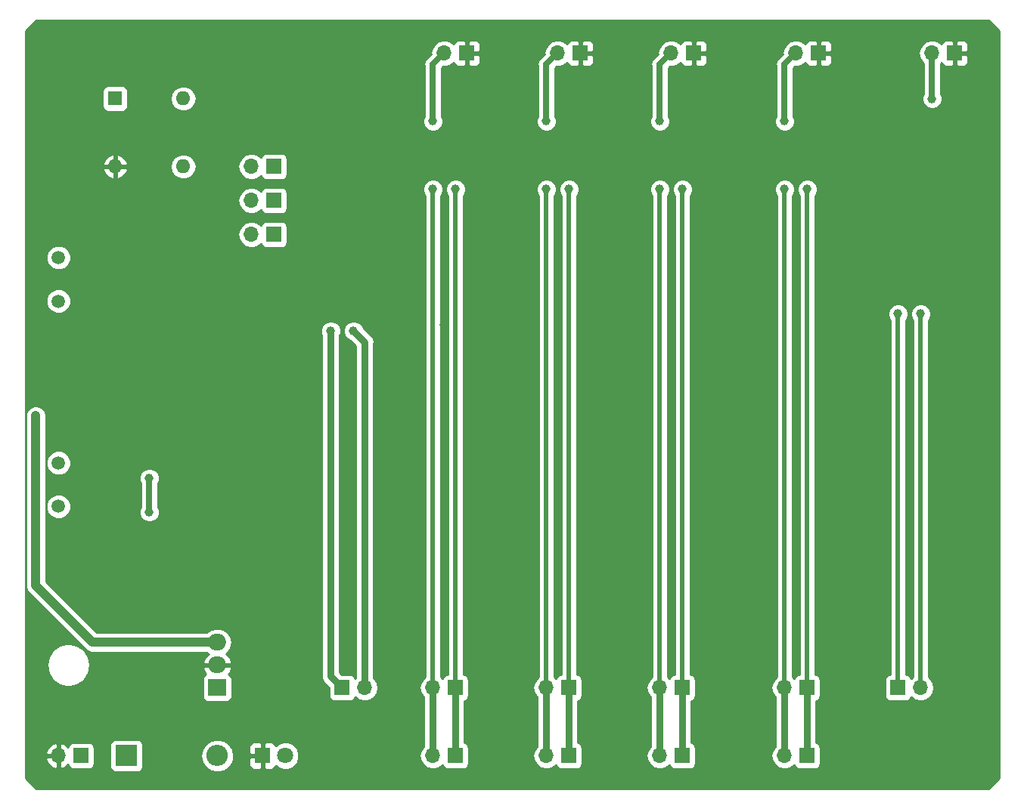
<source format=gbr>
G04 #@! TF.GenerationSoftware,KiCad,Pcbnew,(5.0.0-rc2-dev-444-g2974a2c10)*
G04 #@! TF.CreationDate,2018-04-19T11:06:08+02:00*
G04 #@! TF.ProjectId,ClockDistrTest,436C6F636B4469737472546573742E6B,rev?*
G04 #@! TF.SameCoordinates,Original*
G04 #@! TF.FileFunction,Copper,L2,Bot,Signal*
G04 #@! TF.FilePolarity,Positive*
%FSLAX46Y46*%
G04 Gerber Fmt 4.6, Leading zero omitted, Abs format (unit mm)*
G04 Created by KiCad (PCBNEW (5.0.0-rc2-dev-444-g2974a2c10)) date 04/19/18 11:06:08*
%MOMM*%
%LPD*%
G01*
G04 APERTURE LIST*
%ADD10R,1.800000X1.800000*%
%ADD11C,1.800000*%
%ADD12O,1.700000X1.700000*%
%ADD13R,1.700000X1.700000*%
%ADD14R,1.600000X1.600000*%
%ADD15O,1.600000X1.600000*%
%ADD16C,1.500000*%
%ADD17R,2.000000X1.905000*%
%ADD18O,2.000000X1.905000*%
%ADD19R,2.400000X2.400000*%
%ADD20O,2.400000X2.400000*%
%ADD21C,1.000000*%
%ADD22C,0.700000*%
%ADD23C,0.800000*%
%ADD24C,0.500000*%
%ADD25C,1.000000*%
%ADD26C,0.254000*%
G04 APERTURE END LIST*
D10*
X104140000Y-132080000D03*
D11*
X106680000Y-132080000D03*
D12*
X81280000Y-132080000D03*
D13*
X83820000Y-132080000D03*
X105410000Y-66040000D03*
D12*
X102870000Y-66040000D03*
X102870000Y-73660000D03*
D13*
X105410000Y-73660000D03*
X105410000Y-69850000D03*
D12*
X102870000Y-69850000D03*
X115570000Y-124460000D03*
D13*
X113030000Y-124460000D03*
D12*
X123190000Y-132080000D03*
D13*
X125730000Y-132080000D03*
X125730000Y-124460000D03*
D12*
X123190000Y-124460000D03*
D13*
X138430000Y-132080000D03*
D12*
X135890000Y-132080000D03*
X135890000Y-124460000D03*
D13*
X138430000Y-124460000D03*
D14*
X87630000Y-58420000D03*
D15*
X95250000Y-66040000D03*
X87630000Y-66040000D03*
X95250000Y-58420000D03*
D16*
X81280000Y-81120000D03*
X81280000Y-76240000D03*
X81280000Y-99260000D03*
X81280000Y-104140000D03*
D17*
X99060000Y-124460000D03*
D18*
X99060000Y-121920000D03*
X99060000Y-119380000D03*
D19*
X88900000Y-132080000D03*
D20*
X99060000Y-132080000D03*
D12*
X148590000Y-132080000D03*
D13*
X151130000Y-132080000D03*
D12*
X137160000Y-53340000D03*
D13*
X139700000Y-53340000D03*
X127000000Y-53340000D03*
D12*
X124460000Y-53340000D03*
X148590000Y-124460000D03*
D13*
X151130000Y-124460000D03*
X165100000Y-132080000D03*
D12*
X162560000Y-132080000D03*
X162560000Y-124460000D03*
D13*
X165100000Y-124460000D03*
X175260000Y-124460000D03*
D12*
X177800000Y-124460000D03*
X149860000Y-53340000D03*
D13*
X152400000Y-53340000D03*
X166370000Y-53340000D03*
D12*
X163830000Y-53340000D03*
D13*
X181610000Y-53340000D03*
D12*
X179070000Y-53340000D03*
D21*
X95250000Y-79375000D03*
X84455000Y-79375000D03*
X88900000Y-97155000D03*
X99060000Y-97155000D03*
X109380000Y-71280000D03*
X116840000Y-64770000D03*
X114300000Y-84455000D03*
X123190000Y-68580000D03*
X125730000Y-68580000D03*
X135890000Y-68580000D03*
X138430000Y-68580000D03*
X148590000Y-68580000D03*
X151130000Y-68580000D03*
X162560000Y-68580000D03*
X165100000Y-68580000D03*
X179065000Y-58425000D03*
X111760000Y-84455000D03*
X135890000Y-60960000D03*
X123190000Y-60960000D03*
X175260000Y-82550000D03*
X177800000Y-82550000D03*
X148590000Y-60960000D03*
X162560000Y-60960000D03*
X97790000Y-73660000D03*
X87630000Y-71120000D03*
X109220000Y-63500000D03*
X97790000Y-63500000D03*
X85090000Y-86360000D03*
X116840000Y-83820000D03*
X124460000Y-83820000D03*
X130810000Y-83820000D03*
X143510000Y-83820000D03*
X157480000Y-83820000D03*
X171450000Y-83820000D03*
X119380000Y-128270000D03*
X132080000Y-128270000D03*
X144780000Y-128270000D03*
X157480000Y-128270000D03*
X171450000Y-128270000D03*
X78740000Y-93980000D03*
X91440000Y-100965000D03*
X91440000Y-104775000D03*
X87630000Y-79375000D03*
X93345000Y-111125000D03*
X180340000Y-69215000D03*
D22*
X88900000Y-97155000D02*
X94615000Y-97155000D01*
X94615000Y-97155000D02*
X99060000Y-97155000D01*
X109380000Y-71280000D02*
X110330000Y-71280000D01*
X110330000Y-71280000D02*
X116840000Y-64770000D01*
D23*
X115570000Y-124460000D02*
X115570000Y-88265000D01*
X115570000Y-88265000D02*
X115570000Y-85725000D01*
X115570000Y-85725000D02*
X114300000Y-84455000D01*
X123190000Y-124460000D02*
X123190000Y-132080000D01*
D24*
X123190000Y-124460000D02*
X123190000Y-68580000D01*
D23*
X125730000Y-124460000D02*
X125730000Y-132080000D01*
D24*
X125730000Y-124460000D02*
X125730000Y-68580000D01*
D23*
X135890000Y-124460000D02*
X135890000Y-132080000D01*
D24*
X135890000Y-124460000D02*
X135890000Y-68580000D01*
D23*
X138430000Y-124460000D02*
X138430000Y-132080000D01*
D24*
X138430000Y-124460000D02*
X138430000Y-68580000D01*
D23*
X148590000Y-124460000D02*
X148590000Y-132080000D01*
D24*
X148590000Y-124460000D02*
X148590000Y-68580000D01*
D23*
X151130000Y-124460000D02*
X151130000Y-132080000D01*
D24*
X151130000Y-124460000D02*
X151130000Y-68580000D01*
D23*
X162560000Y-124460000D02*
X162560000Y-132080000D01*
D24*
X162560000Y-124460000D02*
X162560000Y-68580000D01*
D23*
X165100000Y-124460000D02*
X165100000Y-132080000D01*
D24*
X165100000Y-124460000D02*
X165100000Y-68580000D01*
D22*
X179065000Y-53345000D02*
X179070000Y-53340000D01*
X179065000Y-58425000D02*
X179065000Y-53345000D01*
D23*
X111760000Y-123190000D02*
X111760000Y-84455000D01*
X113030000Y-124460000D02*
X111760000Y-123190000D01*
D22*
X135890000Y-54610000D02*
X137160000Y-53340000D01*
X135890000Y-60960000D02*
X135890000Y-54610000D01*
X123190000Y-54610000D02*
X124460000Y-53340000D01*
X123190000Y-60960000D02*
X123190000Y-54610000D01*
D24*
X175260000Y-124460000D02*
X175260000Y-82550000D01*
X177800000Y-124460000D02*
X177800000Y-82550000D01*
D22*
X148590000Y-54610000D02*
X149860000Y-53340000D01*
X148590000Y-60960000D02*
X148590000Y-54610000D01*
X162560000Y-54610000D02*
X163830000Y-53340000D01*
X162560000Y-60960000D02*
X162560000Y-54610000D01*
D25*
X99060000Y-119380000D02*
X85090000Y-119380000D01*
X85090000Y-119380000D02*
X78740000Y-113030000D01*
X78740000Y-113030000D02*
X78740000Y-111760000D01*
X78740000Y-111760000D02*
X78740000Y-93980000D01*
D22*
X91440000Y-100965000D02*
X91440000Y-104775000D01*
X92075000Y-79375000D02*
X95250000Y-79375000D01*
X87630000Y-79375000D02*
X92075000Y-79375000D01*
D26*
G36*
X186563000Y-50852606D02*
X186563000Y-134567394D01*
X185367394Y-135763000D01*
X78792606Y-135763000D01*
X77597000Y-134567394D01*
X77597000Y-132436892D01*
X79838514Y-132436892D01*
X80084817Y-132961358D01*
X80513076Y-133351645D01*
X80923110Y-133521476D01*
X81153000Y-133400155D01*
X81153000Y-132207000D01*
X79959181Y-132207000D01*
X79838514Y-132436892D01*
X77597000Y-132436892D01*
X77597000Y-131723108D01*
X79838514Y-131723108D01*
X79959181Y-131953000D01*
X81153000Y-131953000D01*
X81153000Y-130759845D01*
X81407000Y-130759845D01*
X81407000Y-131953000D01*
X81427000Y-131953000D01*
X81427000Y-132207000D01*
X81407000Y-132207000D01*
X81407000Y-133400155D01*
X81636890Y-133521476D01*
X82046924Y-133351645D01*
X82351261Y-133074292D01*
X82371843Y-133177765D01*
X82512191Y-133387809D01*
X82722235Y-133528157D01*
X82970000Y-133577440D01*
X84670000Y-133577440D01*
X84917765Y-133528157D01*
X85127809Y-133387809D01*
X85268157Y-133177765D01*
X85317440Y-132930000D01*
X85317440Y-131230000D01*
X85268157Y-130982235D01*
X85199846Y-130880000D01*
X87052560Y-130880000D01*
X87052560Y-133280000D01*
X87101843Y-133527765D01*
X87242191Y-133737809D01*
X87452235Y-133878157D01*
X87700000Y-133927440D01*
X90100000Y-133927440D01*
X90347765Y-133878157D01*
X90557809Y-133737809D01*
X90698157Y-133527765D01*
X90747440Y-133280000D01*
X90747440Y-132080000D01*
X97189051Y-132080000D01*
X97331469Y-132795981D01*
X97737039Y-133402961D01*
X98344019Y-133808531D01*
X98879273Y-133915000D01*
X99240727Y-133915000D01*
X99775981Y-133808531D01*
X100382961Y-133402961D01*
X100788531Y-132795981D01*
X100874109Y-132365750D01*
X102605000Y-132365750D01*
X102605000Y-133106310D01*
X102701673Y-133339699D01*
X102880302Y-133518327D01*
X103113691Y-133615000D01*
X103854250Y-133615000D01*
X104013000Y-133456250D01*
X104013000Y-132207000D01*
X102763750Y-132207000D01*
X102605000Y-132365750D01*
X100874109Y-132365750D01*
X100930949Y-132080000D01*
X100788531Y-131364019D01*
X100581177Y-131053690D01*
X102605000Y-131053690D01*
X102605000Y-131794250D01*
X102763750Y-131953000D01*
X104013000Y-131953000D01*
X104013000Y-130703750D01*
X104267000Y-130703750D01*
X104267000Y-131953000D01*
X104287000Y-131953000D01*
X104287000Y-132207000D01*
X104267000Y-132207000D01*
X104267000Y-133456250D01*
X104425750Y-133615000D01*
X105166309Y-133615000D01*
X105399698Y-133518327D01*
X105578327Y-133339699D01*
X105634139Y-133204956D01*
X105810493Y-133381310D01*
X106374670Y-133615000D01*
X106985330Y-133615000D01*
X107549507Y-133381310D01*
X107981310Y-132949507D01*
X108215000Y-132385330D01*
X108215000Y-131774670D01*
X107981310Y-131210493D01*
X107549507Y-130778690D01*
X106985330Y-130545000D01*
X106374670Y-130545000D01*
X105810493Y-130778690D01*
X105634139Y-130955044D01*
X105578327Y-130820301D01*
X105399698Y-130641673D01*
X105166309Y-130545000D01*
X104425750Y-130545000D01*
X104267000Y-130703750D01*
X104013000Y-130703750D01*
X103854250Y-130545000D01*
X103113691Y-130545000D01*
X102880302Y-130641673D01*
X102701673Y-130820301D01*
X102605000Y-131053690D01*
X100581177Y-131053690D01*
X100382961Y-130757039D01*
X99775981Y-130351469D01*
X99240727Y-130245000D01*
X98879273Y-130245000D01*
X98344019Y-130351469D01*
X97737039Y-130757039D01*
X97331469Y-131364019D01*
X97189051Y-132080000D01*
X90747440Y-132080000D01*
X90747440Y-130880000D01*
X90698157Y-130632235D01*
X90557809Y-130422191D01*
X90347765Y-130281843D01*
X90100000Y-130232560D01*
X87700000Y-130232560D01*
X87452235Y-130281843D01*
X87242191Y-130422191D01*
X87101843Y-130632235D01*
X87052560Y-130880000D01*
X85199846Y-130880000D01*
X85127809Y-130772191D01*
X84917765Y-130631843D01*
X84670000Y-130582560D01*
X82970000Y-130582560D01*
X82722235Y-130631843D01*
X82512191Y-130772191D01*
X82371843Y-130982235D01*
X82351261Y-131085708D01*
X82046924Y-130808355D01*
X81636890Y-130638524D01*
X81407000Y-130759845D01*
X81153000Y-130759845D01*
X80923110Y-130638524D01*
X80513076Y-130808355D01*
X80084817Y-131198642D01*
X79838514Y-131723108D01*
X77597000Y-131723108D01*
X77597000Y-121920000D01*
X79968276Y-121920000D01*
X80153380Y-122850580D01*
X80680511Y-123639489D01*
X81469420Y-124166620D01*
X82165103Y-124305000D01*
X82634897Y-124305000D01*
X83330580Y-124166620D01*
X84119489Y-123639489D01*
X84207681Y-123507500D01*
X97412560Y-123507500D01*
X97412560Y-125412500D01*
X97461843Y-125660265D01*
X97602191Y-125870309D01*
X97812235Y-126010657D01*
X98060000Y-126059940D01*
X100060000Y-126059940D01*
X100307765Y-126010657D01*
X100517809Y-125870309D01*
X100658157Y-125660265D01*
X100707440Y-125412500D01*
X100707440Y-123507500D01*
X100658157Y-123259735D01*
X100517809Y-123049691D01*
X100312857Y-122912745D01*
X100435973Y-122786924D01*
X100650563Y-122292980D01*
X100530594Y-122047000D01*
X99187000Y-122047000D01*
X99187000Y-122067000D01*
X98933000Y-122067000D01*
X98933000Y-122047000D01*
X97589406Y-122047000D01*
X97469437Y-122292980D01*
X97684027Y-122786924D01*
X97807143Y-122912745D01*
X97602191Y-123049691D01*
X97461843Y-123259735D01*
X97412560Y-123507500D01*
X84207681Y-123507500D01*
X84646620Y-122850580D01*
X84831724Y-121920000D01*
X84646620Y-120989420D01*
X84119489Y-120200511D01*
X83330580Y-119673380D01*
X82634897Y-119535000D01*
X82165103Y-119535000D01*
X81469420Y-119673380D01*
X80680511Y-120200511D01*
X80153380Y-120989420D01*
X79968276Y-121920000D01*
X77597000Y-121920000D01*
X77597000Y-113101564D01*
X77605000Y-113141782D01*
X77670854Y-113472854D01*
X77921711Y-113848289D01*
X78016482Y-113911613D01*
X84208389Y-120103521D01*
X84271711Y-120198289D01*
X84525133Y-120367620D01*
X84647145Y-120449146D01*
X85089999Y-120537235D01*
X85201782Y-120515000D01*
X97861614Y-120515000D01*
X97867977Y-120524523D01*
X98069474Y-120659159D01*
X97684027Y-121053076D01*
X97469437Y-121547020D01*
X97589406Y-121793000D01*
X98933000Y-121793000D01*
X98933000Y-121773000D01*
X99187000Y-121773000D01*
X99187000Y-121793000D01*
X100530594Y-121793000D01*
X100650563Y-121547020D01*
X100435973Y-121053076D01*
X100050526Y-120659159D01*
X100252023Y-120524523D01*
X100602891Y-119999411D01*
X100726100Y-119380000D01*
X100602891Y-118760589D01*
X100252023Y-118235477D01*
X99726911Y-117884609D01*
X99263850Y-117792500D01*
X98856150Y-117792500D01*
X98393089Y-117884609D01*
X97867977Y-118235477D01*
X97861614Y-118245000D01*
X85560132Y-118245000D01*
X79875000Y-112559869D01*
X79875000Y-103864506D01*
X79895000Y-103864506D01*
X79895000Y-104415494D01*
X80105853Y-104924540D01*
X80495460Y-105314147D01*
X81004506Y-105525000D01*
X81555494Y-105525000D01*
X82064540Y-105314147D01*
X82454147Y-104924540D01*
X82665000Y-104415494D01*
X82665000Y-103864506D01*
X82454147Y-103355460D01*
X82064540Y-102965853D01*
X81555494Y-102755000D01*
X81004506Y-102755000D01*
X80495460Y-102965853D01*
X80105853Y-103355460D01*
X79895000Y-103864506D01*
X79875000Y-103864506D01*
X79875000Y-100739234D01*
X90305000Y-100739234D01*
X90305000Y-101190766D01*
X90455000Y-101552899D01*
X90455001Y-104187099D01*
X90305000Y-104549234D01*
X90305000Y-105000766D01*
X90477793Y-105417926D01*
X90797074Y-105737207D01*
X91214234Y-105910000D01*
X91665766Y-105910000D01*
X92082926Y-105737207D01*
X92402207Y-105417926D01*
X92575000Y-105000766D01*
X92575000Y-104549234D01*
X92425000Y-104187101D01*
X92425000Y-101552899D01*
X92575000Y-101190766D01*
X92575000Y-100739234D01*
X92402207Y-100322074D01*
X92082926Y-100002793D01*
X91665766Y-99830000D01*
X91214234Y-99830000D01*
X90797074Y-100002793D01*
X90477793Y-100322074D01*
X90305000Y-100739234D01*
X79875000Y-100739234D01*
X79875000Y-98984506D01*
X79895000Y-98984506D01*
X79895000Y-99535494D01*
X80105853Y-100044540D01*
X80495460Y-100434147D01*
X81004506Y-100645000D01*
X81555494Y-100645000D01*
X82064540Y-100434147D01*
X82454147Y-100044540D01*
X82665000Y-99535494D01*
X82665000Y-98984506D01*
X82454147Y-98475460D01*
X82064540Y-98085853D01*
X81555494Y-97875000D01*
X81004506Y-97875000D01*
X80495460Y-98085853D01*
X80105853Y-98475460D01*
X79895000Y-98984506D01*
X79875000Y-98984506D01*
X79875000Y-93754234D01*
X79831381Y-93648928D01*
X79809146Y-93537145D01*
X79745826Y-93442380D01*
X79702207Y-93337074D01*
X79621609Y-93256476D01*
X79558289Y-93161711D01*
X79463524Y-93098391D01*
X79382926Y-93017793D01*
X79277620Y-92974174D01*
X79182855Y-92910854D01*
X79071072Y-92888619D01*
X78965766Y-92845000D01*
X78851783Y-92845000D01*
X78740000Y-92822765D01*
X78628217Y-92845000D01*
X78514234Y-92845000D01*
X78408927Y-92888619D01*
X78297146Y-92910854D01*
X78202383Y-92974173D01*
X78097074Y-93017793D01*
X78016474Y-93098393D01*
X77921712Y-93161711D01*
X77858394Y-93256473D01*
X77777793Y-93337074D01*
X77734172Y-93442384D01*
X77670855Y-93537145D01*
X77648621Y-93648923D01*
X77605000Y-93754234D01*
X77605000Y-94205766D01*
X77605001Y-94205768D01*
X77605000Y-111648217D01*
X77605000Y-112918217D01*
X77597000Y-112958436D01*
X77597000Y-84229234D01*
X110625000Y-84229234D01*
X110625000Y-84680766D01*
X110725001Y-84922190D01*
X110725000Y-123088066D01*
X110704724Y-123190000D01*
X110725000Y-123291934D01*
X110785052Y-123593836D01*
X111013807Y-123936193D01*
X111100227Y-123993937D01*
X111532560Y-124426270D01*
X111532560Y-125310000D01*
X111581843Y-125557765D01*
X111722191Y-125767809D01*
X111932235Y-125908157D01*
X112180000Y-125957440D01*
X113880000Y-125957440D01*
X114127765Y-125908157D01*
X114337809Y-125767809D01*
X114478157Y-125557765D01*
X114487184Y-125512381D01*
X114499375Y-125530625D01*
X114990582Y-125858839D01*
X115423744Y-125945000D01*
X115716256Y-125945000D01*
X116149418Y-125858839D01*
X116640625Y-125530625D01*
X116968839Y-125039418D01*
X117084092Y-124460000D01*
X121675908Y-124460000D01*
X121791161Y-125039418D01*
X122119375Y-125530625D01*
X122155000Y-125554429D01*
X122155001Y-130985571D01*
X122119375Y-131009375D01*
X121791161Y-131500582D01*
X121675908Y-132080000D01*
X121791161Y-132659418D01*
X122119375Y-133150625D01*
X122610582Y-133478839D01*
X123043744Y-133565000D01*
X123336256Y-133565000D01*
X123769418Y-133478839D01*
X124260625Y-133150625D01*
X124272816Y-133132381D01*
X124281843Y-133177765D01*
X124422191Y-133387809D01*
X124632235Y-133528157D01*
X124880000Y-133577440D01*
X126580000Y-133577440D01*
X126827765Y-133528157D01*
X127037809Y-133387809D01*
X127178157Y-133177765D01*
X127227440Y-132930000D01*
X127227440Y-131230000D01*
X127178157Y-130982235D01*
X127037809Y-130772191D01*
X126827765Y-130631843D01*
X126765000Y-130619358D01*
X126765000Y-125920642D01*
X126827765Y-125908157D01*
X127037809Y-125767809D01*
X127178157Y-125557765D01*
X127227440Y-125310000D01*
X127227440Y-124460000D01*
X134375908Y-124460000D01*
X134491161Y-125039418D01*
X134819375Y-125530625D01*
X134855000Y-125554429D01*
X134855001Y-130985571D01*
X134819375Y-131009375D01*
X134491161Y-131500582D01*
X134375908Y-132080000D01*
X134491161Y-132659418D01*
X134819375Y-133150625D01*
X135310582Y-133478839D01*
X135743744Y-133565000D01*
X136036256Y-133565000D01*
X136469418Y-133478839D01*
X136960625Y-133150625D01*
X136972816Y-133132381D01*
X136981843Y-133177765D01*
X137122191Y-133387809D01*
X137332235Y-133528157D01*
X137580000Y-133577440D01*
X139280000Y-133577440D01*
X139527765Y-133528157D01*
X139737809Y-133387809D01*
X139878157Y-133177765D01*
X139927440Y-132930000D01*
X139927440Y-131230000D01*
X139878157Y-130982235D01*
X139737809Y-130772191D01*
X139527765Y-130631843D01*
X139465000Y-130619358D01*
X139465000Y-125920642D01*
X139527765Y-125908157D01*
X139737809Y-125767809D01*
X139878157Y-125557765D01*
X139927440Y-125310000D01*
X139927440Y-124460000D01*
X147075908Y-124460000D01*
X147191161Y-125039418D01*
X147519375Y-125530625D01*
X147555000Y-125554429D01*
X147555001Y-130985571D01*
X147519375Y-131009375D01*
X147191161Y-131500582D01*
X147075908Y-132080000D01*
X147191161Y-132659418D01*
X147519375Y-133150625D01*
X148010582Y-133478839D01*
X148443744Y-133565000D01*
X148736256Y-133565000D01*
X149169418Y-133478839D01*
X149660625Y-133150625D01*
X149672816Y-133132381D01*
X149681843Y-133177765D01*
X149822191Y-133387809D01*
X150032235Y-133528157D01*
X150280000Y-133577440D01*
X151980000Y-133577440D01*
X152227765Y-133528157D01*
X152437809Y-133387809D01*
X152578157Y-133177765D01*
X152627440Y-132930000D01*
X152627440Y-131230000D01*
X152578157Y-130982235D01*
X152437809Y-130772191D01*
X152227765Y-130631843D01*
X152165000Y-130619358D01*
X152165000Y-125920642D01*
X152227765Y-125908157D01*
X152437809Y-125767809D01*
X152578157Y-125557765D01*
X152627440Y-125310000D01*
X152627440Y-124460000D01*
X161045908Y-124460000D01*
X161161161Y-125039418D01*
X161489375Y-125530625D01*
X161525000Y-125554429D01*
X161525001Y-130985571D01*
X161489375Y-131009375D01*
X161161161Y-131500582D01*
X161045908Y-132080000D01*
X161161161Y-132659418D01*
X161489375Y-133150625D01*
X161980582Y-133478839D01*
X162413744Y-133565000D01*
X162706256Y-133565000D01*
X163139418Y-133478839D01*
X163630625Y-133150625D01*
X163642816Y-133132381D01*
X163651843Y-133177765D01*
X163792191Y-133387809D01*
X164002235Y-133528157D01*
X164250000Y-133577440D01*
X165950000Y-133577440D01*
X166197765Y-133528157D01*
X166407809Y-133387809D01*
X166548157Y-133177765D01*
X166597440Y-132930000D01*
X166597440Y-131230000D01*
X166548157Y-130982235D01*
X166407809Y-130772191D01*
X166197765Y-130631843D01*
X166135000Y-130619358D01*
X166135000Y-125920642D01*
X166197765Y-125908157D01*
X166407809Y-125767809D01*
X166548157Y-125557765D01*
X166597440Y-125310000D01*
X166597440Y-123610000D01*
X173762560Y-123610000D01*
X173762560Y-125310000D01*
X173811843Y-125557765D01*
X173952191Y-125767809D01*
X174162235Y-125908157D01*
X174410000Y-125957440D01*
X176110000Y-125957440D01*
X176357765Y-125908157D01*
X176567809Y-125767809D01*
X176708157Y-125557765D01*
X176717184Y-125512381D01*
X176729375Y-125530625D01*
X177220582Y-125858839D01*
X177653744Y-125945000D01*
X177946256Y-125945000D01*
X178379418Y-125858839D01*
X178870625Y-125530625D01*
X179198839Y-125039418D01*
X179314092Y-124460000D01*
X179198839Y-123880582D01*
X178870625Y-123389375D01*
X178685000Y-123265344D01*
X178685000Y-83270133D01*
X178762207Y-83192926D01*
X178935000Y-82775766D01*
X178935000Y-82324234D01*
X178762207Y-81907074D01*
X178442926Y-81587793D01*
X178025766Y-81415000D01*
X177574234Y-81415000D01*
X177157074Y-81587793D01*
X176837793Y-81907074D01*
X176665000Y-82324234D01*
X176665000Y-82775766D01*
X176837793Y-83192926D01*
X176915001Y-83270134D01*
X176915000Y-123265344D01*
X176729375Y-123389375D01*
X176717184Y-123407619D01*
X176708157Y-123362235D01*
X176567809Y-123152191D01*
X176357765Y-123011843D01*
X176145000Y-122969522D01*
X176145000Y-83270133D01*
X176222207Y-83192926D01*
X176395000Y-82775766D01*
X176395000Y-82324234D01*
X176222207Y-81907074D01*
X175902926Y-81587793D01*
X175485766Y-81415000D01*
X175034234Y-81415000D01*
X174617074Y-81587793D01*
X174297793Y-81907074D01*
X174125000Y-82324234D01*
X174125000Y-82775766D01*
X174297793Y-83192926D01*
X174375001Y-83270134D01*
X174375000Y-122969522D01*
X174162235Y-123011843D01*
X173952191Y-123152191D01*
X173811843Y-123362235D01*
X173762560Y-123610000D01*
X166597440Y-123610000D01*
X166548157Y-123362235D01*
X166407809Y-123152191D01*
X166197765Y-123011843D01*
X165985000Y-122969522D01*
X165985000Y-69300133D01*
X166062207Y-69222926D01*
X166235000Y-68805766D01*
X166235000Y-68354234D01*
X166062207Y-67937074D01*
X165742926Y-67617793D01*
X165325766Y-67445000D01*
X164874234Y-67445000D01*
X164457074Y-67617793D01*
X164137793Y-67937074D01*
X163965000Y-68354234D01*
X163965000Y-68805766D01*
X164137793Y-69222926D01*
X164215001Y-69300134D01*
X164215000Y-122969522D01*
X164002235Y-123011843D01*
X163792191Y-123152191D01*
X163651843Y-123362235D01*
X163642816Y-123407619D01*
X163630625Y-123389375D01*
X163445000Y-123265344D01*
X163445000Y-69300133D01*
X163522207Y-69222926D01*
X163695000Y-68805766D01*
X163695000Y-68354234D01*
X163522207Y-67937074D01*
X163202926Y-67617793D01*
X162785766Y-67445000D01*
X162334234Y-67445000D01*
X161917074Y-67617793D01*
X161597793Y-67937074D01*
X161425000Y-68354234D01*
X161425000Y-68805766D01*
X161597793Y-69222926D01*
X161675001Y-69300134D01*
X161675000Y-123265344D01*
X161489375Y-123389375D01*
X161161161Y-123880582D01*
X161045908Y-124460000D01*
X152627440Y-124460000D01*
X152627440Y-123610000D01*
X152578157Y-123362235D01*
X152437809Y-123152191D01*
X152227765Y-123011843D01*
X152015000Y-122969522D01*
X152015000Y-69300133D01*
X152092207Y-69222926D01*
X152265000Y-68805766D01*
X152265000Y-68354234D01*
X152092207Y-67937074D01*
X151772926Y-67617793D01*
X151355766Y-67445000D01*
X150904234Y-67445000D01*
X150487074Y-67617793D01*
X150167793Y-67937074D01*
X149995000Y-68354234D01*
X149995000Y-68805766D01*
X150167793Y-69222926D01*
X150245001Y-69300134D01*
X150245000Y-122969522D01*
X150032235Y-123011843D01*
X149822191Y-123152191D01*
X149681843Y-123362235D01*
X149672816Y-123407619D01*
X149660625Y-123389375D01*
X149475000Y-123265344D01*
X149475000Y-69300133D01*
X149552207Y-69222926D01*
X149725000Y-68805766D01*
X149725000Y-68354234D01*
X149552207Y-67937074D01*
X149232926Y-67617793D01*
X148815766Y-67445000D01*
X148364234Y-67445000D01*
X147947074Y-67617793D01*
X147627793Y-67937074D01*
X147455000Y-68354234D01*
X147455000Y-68805766D01*
X147627793Y-69222926D01*
X147705001Y-69300134D01*
X147705000Y-123265344D01*
X147519375Y-123389375D01*
X147191161Y-123880582D01*
X147075908Y-124460000D01*
X139927440Y-124460000D01*
X139927440Y-123610000D01*
X139878157Y-123362235D01*
X139737809Y-123152191D01*
X139527765Y-123011843D01*
X139315000Y-122969522D01*
X139315000Y-69300133D01*
X139392207Y-69222926D01*
X139565000Y-68805766D01*
X139565000Y-68354234D01*
X139392207Y-67937074D01*
X139072926Y-67617793D01*
X138655766Y-67445000D01*
X138204234Y-67445000D01*
X137787074Y-67617793D01*
X137467793Y-67937074D01*
X137295000Y-68354234D01*
X137295000Y-68805766D01*
X137467793Y-69222926D01*
X137545001Y-69300134D01*
X137545000Y-122969522D01*
X137332235Y-123011843D01*
X137122191Y-123152191D01*
X136981843Y-123362235D01*
X136972816Y-123407619D01*
X136960625Y-123389375D01*
X136775000Y-123265344D01*
X136775000Y-69300133D01*
X136852207Y-69222926D01*
X137025000Y-68805766D01*
X137025000Y-68354234D01*
X136852207Y-67937074D01*
X136532926Y-67617793D01*
X136115766Y-67445000D01*
X135664234Y-67445000D01*
X135247074Y-67617793D01*
X134927793Y-67937074D01*
X134755000Y-68354234D01*
X134755000Y-68805766D01*
X134927793Y-69222926D01*
X135005001Y-69300134D01*
X135005000Y-123265344D01*
X134819375Y-123389375D01*
X134491161Y-123880582D01*
X134375908Y-124460000D01*
X127227440Y-124460000D01*
X127227440Y-123610000D01*
X127178157Y-123362235D01*
X127037809Y-123152191D01*
X126827765Y-123011843D01*
X126615000Y-122969522D01*
X126615000Y-69300133D01*
X126692207Y-69222926D01*
X126865000Y-68805766D01*
X126865000Y-68354234D01*
X126692207Y-67937074D01*
X126372926Y-67617793D01*
X125955766Y-67445000D01*
X125504234Y-67445000D01*
X125087074Y-67617793D01*
X124767793Y-67937074D01*
X124595000Y-68354234D01*
X124595000Y-68805766D01*
X124767793Y-69222926D01*
X124845001Y-69300134D01*
X124845000Y-122969522D01*
X124632235Y-123011843D01*
X124422191Y-123152191D01*
X124281843Y-123362235D01*
X124272816Y-123407619D01*
X124260625Y-123389375D01*
X124075000Y-123265344D01*
X124075000Y-69300133D01*
X124152207Y-69222926D01*
X124325000Y-68805766D01*
X124325000Y-68354234D01*
X124152207Y-67937074D01*
X123832926Y-67617793D01*
X123415766Y-67445000D01*
X122964234Y-67445000D01*
X122547074Y-67617793D01*
X122227793Y-67937074D01*
X122055000Y-68354234D01*
X122055000Y-68805766D01*
X122227793Y-69222926D01*
X122305001Y-69300134D01*
X122305000Y-123265344D01*
X122119375Y-123389375D01*
X121791161Y-123880582D01*
X121675908Y-124460000D01*
X117084092Y-124460000D01*
X116968839Y-123880582D01*
X116640625Y-123389375D01*
X116605000Y-123365571D01*
X116605000Y-85826934D01*
X116625276Y-85724999D01*
X116544948Y-85321163D01*
X116316193Y-84978807D01*
X116229776Y-84921065D01*
X115362208Y-84053497D01*
X115262207Y-83812074D01*
X114942926Y-83492793D01*
X114525766Y-83320000D01*
X114074234Y-83320000D01*
X113657074Y-83492793D01*
X113337793Y-83812074D01*
X113165000Y-84229234D01*
X113165000Y-84680766D01*
X113337793Y-85097926D01*
X113657074Y-85417207D01*
X113898497Y-85517208D01*
X114535001Y-86153712D01*
X114535000Y-88366934D01*
X114535001Y-88366939D01*
X114535000Y-123365571D01*
X114499375Y-123389375D01*
X114487184Y-123407619D01*
X114478157Y-123362235D01*
X114337809Y-123152191D01*
X114127765Y-123011843D01*
X113880000Y-122962560D01*
X112996270Y-122962560D01*
X112795000Y-122761290D01*
X112795000Y-84922188D01*
X112895000Y-84680766D01*
X112895000Y-84229234D01*
X112722207Y-83812074D01*
X112402926Y-83492793D01*
X111985766Y-83320000D01*
X111534234Y-83320000D01*
X111117074Y-83492793D01*
X110797793Y-83812074D01*
X110625000Y-84229234D01*
X77597000Y-84229234D01*
X77597000Y-80844506D01*
X79895000Y-80844506D01*
X79895000Y-81395494D01*
X80105853Y-81904540D01*
X80495460Y-82294147D01*
X81004506Y-82505000D01*
X81555494Y-82505000D01*
X82064540Y-82294147D01*
X82454147Y-81904540D01*
X82665000Y-81395494D01*
X82665000Y-80844506D01*
X82454147Y-80335460D01*
X82064540Y-79945853D01*
X81555494Y-79735000D01*
X81004506Y-79735000D01*
X80495460Y-79945853D01*
X80105853Y-80335460D01*
X79895000Y-80844506D01*
X77597000Y-80844506D01*
X77597000Y-75964506D01*
X79895000Y-75964506D01*
X79895000Y-76515494D01*
X80105853Y-77024540D01*
X80495460Y-77414147D01*
X81004506Y-77625000D01*
X81555494Y-77625000D01*
X82064540Y-77414147D01*
X82454147Y-77024540D01*
X82665000Y-76515494D01*
X82665000Y-75964506D01*
X82454147Y-75455460D01*
X82064540Y-75065853D01*
X81555494Y-74855000D01*
X81004506Y-74855000D01*
X80495460Y-75065853D01*
X80105853Y-75455460D01*
X79895000Y-75964506D01*
X77597000Y-75964506D01*
X77597000Y-73660000D01*
X101355908Y-73660000D01*
X101471161Y-74239418D01*
X101799375Y-74730625D01*
X102290582Y-75058839D01*
X102723744Y-75145000D01*
X103016256Y-75145000D01*
X103449418Y-75058839D01*
X103940625Y-74730625D01*
X103952816Y-74712381D01*
X103961843Y-74757765D01*
X104102191Y-74967809D01*
X104312235Y-75108157D01*
X104560000Y-75157440D01*
X106260000Y-75157440D01*
X106507765Y-75108157D01*
X106717809Y-74967809D01*
X106858157Y-74757765D01*
X106907440Y-74510000D01*
X106907440Y-72810000D01*
X106858157Y-72562235D01*
X106717809Y-72352191D01*
X106507765Y-72211843D01*
X106260000Y-72162560D01*
X104560000Y-72162560D01*
X104312235Y-72211843D01*
X104102191Y-72352191D01*
X103961843Y-72562235D01*
X103952816Y-72607619D01*
X103940625Y-72589375D01*
X103449418Y-72261161D01*
X103016256Y-72175000D01*
X102723744Y-72175000D01*
X102290582Y-72261161D01*
X101799375Y-72589375D01*
X101471161Y-73080582D01*
X101355908Y-73660000D01*
X77597000Y-73660000D01*
X77597000Y-69850000D01*
X101355908Y-69850000D01*
X101471161Y-70429418D01*
X101799375Y-70920625D01*
X102290582Y-71248839D01*
X102723744Y-71335000D01*
X103016256Y-71335000D01*
X103449418Y-71248839D01*
X103940625Y-70920625D01*
X103952816Y-70902381D01*
X103961843Y-70947765D01*
X104102191Y-71157809D01*
X104312235Y-71298157D01*
X104560000Y-71347440D01*
X106260000Y-71347440D01*
X106507765Y-71298157D01*
X106717809Y-71157809D01*
X106858157Y-70947765D01*
X106907440Y-70700000D01*
X106907440Y-69000000D01*
X106858157Y-68752235D01*
X106717809Y-68542191D01*
X106507765Y-68401843D01*
X106260000Y-68352560D01*
X104560000Y-68352560D01*
X104312235Y-68401843D01*
X104102191Y-68542191D01*
X103961843Y-68752235D01*
X103952816Y-68797619D01*
X103940625Y-68779375D01*
X103449418Y-68451161D01*
X103016256Y-68365000D01*
X102723744Y-68365000D01*
X102290582Y-68451161D01*
X101799375Y-68779375D01*
X101471161Y-69270582D01*
X101355908Y-69850000D01*
X77597000Y-69850000D01*
X77597000Y-66389039D01*
X86238096Y-66389039D01*
X86398959Y-66777423D01*
X86774866Y-67192389D01*
X87280959Y-67431914D01*
X87503000Y-67310629D01*
X87503000Y-66167000D01*
X87757000Y-66167000D01*
X87757000Y-67310629D01*
X87979041Y-67431914D01*
X88485134Y-67192389D01*
X88861041Y-66777423D01*
X89021904Y-66389039D01*
X88899915Y-66167000D01*
X87757000Y-66167000D01*
X87503000Y-66167000D01*
X86360085Y-66167000D01*
X86238096Y-66389039D01*
X77597000Y-66389039D01*
X77597000Y-66040000D01*
X93786887Y-66040000D01*
X93898260Y-66599909D01*
X94215423Y-67074577D01*
X94690091Y-67391740D01*
X95108667Y-67475000D01*
X95391333Y-67475000D01*
X95809909Y-67391740D01*
X96284577Y-67074577D01*
X96601740Y-66599909D01*
X96713113Y-66040000D01*
X101355908Y-66040000D01*
X101471161Y-66619418D01*
X101799375Y-67110625D01*
X102290582Y-67438839D01*
X102723744Y-67525000D01*
X103016256Y-67525000D01*
X103449418Y-67438839D01*
X103940625Y-67110625D01*
X103952816Y-67092381D01*
X103961843Y-67137765D01*
X104102191Y-67347809D01*
X104312235Y-67488157D01*
X104560000Y-67537440D01*
X106260000Y-67537440D01*
X106507765Y-67488157D01*
X106717809Y-67347809D01*
X106858157Y-67137765D01*
X106907440Y-66890000D01*
X106907440Y-65190000D01*
X106858157Y-64942235D01*
X106717809Y-64732191D01*
X106507765Y-64591843D01*
X106260000Y-64542560D01*
X104560000Y-64542560D01*
X104312235Y-64591843D01*
X104102191Y-64732191D01*
X103961843Y-64942235D01*
X103952816Y-64987619D01*
X103940625Y-64969375D01*
X103449418Y-64641161D01*
X103016256Y-64555000D01*
X102723744Y-64555000D01*
X102290582Y-64641161D01*
X101799375Y-64969375D01*
X101471161Y-65460582D01*
X101355908Y-66040000D01*
X96713113Y-66040000D01*
X96601740Y-65480091D01*
X96284577Y-65005423D01*
X95809909Y-64688260D01*
X95391333Y-64605000D01*
X95108667Y-64605000D01*
X94690091Y-64688260D01*
X94215423Y-65005423D01*
X93898260Y-65480091D01*
X93786887Y-66040000D01*
X77597000Y-66040000D01*
X77597000Y-65690961D01*
X86238096Y-65690961D01*
X86360085Y-65913000D01*
X87503000Y-65913000D01*
X87503000Y-64769371D01*
X87757000Y-64769371D01*
X87757000Y-65913000D01*
X88899915Y-65913000D01*
X89021904Y-65690961D01*
X88861041Y-65302577D01*
X88485134Y-64887611D01*
X87979041Y-64648086D01*
X87757000Y-64769371D01*
X87503000Y-64769371D01*
X87280959Y-64648086D01*
X86774866Y-64887611D01*
X86398959Y-65302577D01*
X86238096Y-65690961D01*
X77597000Y-65690961D01*
X77597000Y-60734234D01*
X122055000Y-60734234D01*
X122055000Y-61185766D01*
X122227793Y-61602926D01*
X122547074Y-61922207D01*
X122964234Y-62095000D01*
X123415766Y-62095000D01*
X123832926Y-61922207D01*
X124152207Y-61602926D01*
X124325000Y-61185766D01*
X124325000Y-60734234D01*
X134755000Y-60734234D01*
X134755000Y-61185766D01*
X134927793Y-61602926D01*
X135247074Y-61922207D01*
X135664234Y-62095000D01*
X136115766Y-62095000D01*
X136532926Y-61922207D01*
X136852207Y-61602926D01*
X137025000Y-61185766D01*
X137025000Y-60734234D01*
X147455000Y-60734234D01*
X147455000Y-61185766D01*
X147627793Y-61602926D01*
X147947074Y-61922207D01*
X148364234Y-62095000D01*
X148815766Y-62095000D01*
X149232926Y-61922207D01*
X149552207Y-61602926D01*
X149725000Y-61185766D01*
X149725000Y-60734234D01*
X161425000Y-60734234D01*
X161425000Y-61185766D01*
X161597793Y-61602926D01*
X161917074Y-61922207D01*
X162334234Y-62095000D01*
X162785766Y-62095000D01*
X163202926Y-61922207D01*
X163522207Y-61602926D01*
X163695000Y-61185766D01*
X163695000Y-60734234D01*
X163545000Y-60372101D01*
X163545000Y-55018000D01*
X163738000Y-54825000D01*
X163976256Y-54825000D01*
X164409418Y-54738839D01*
X164900625Y-54410625D01*
X164915096Y-54388967D01*
X164981673Y-54549698D01*
X165160301Y-54728327D01*
X165393690Y-54825000D01*
X166084250Y-54825000D01*
X166243000Y-54666250D01*
X166243000Y-53467000D01*
X166497000Y-53467000D01*
X166497000Y-54666250D01*
X166655750Y-54825000D01*
X167346310Y-54825000D01*
X167579699Y-54728327D01*
X167758327Y-54549698D01*
X167855000Y-54316309D01*
X167855000Y-53625750D01*
X167696250Y-53467000D01*
X166497000Y-53467000D01*
X166243000Y-53467000D01*
X166223000Y-53467000D01*
X166223000Y-53340000D01*
X177555908Y-53340000D01*
X177671161Y-53919418D01*
X177999375Y-54410625D01*
X178080001Y-54464497D01*
X178080000Y-57837101D01*
X177930000Y-58199234D01*
X177930000Y-58650766D01*
X178102793Y-59067926D01*
X178422074Y-59387207D01*
X178839234Y-59560000D01*
X179290766Y-59560000D01*
X179707926Y-59387207D01*
X180027207Y-59067926D01*
X180200000Y-58650766D01*
X180200000Y-58199234D01*
X180050000Y-57837101D01*
X180050000Y-54471179D01*
X180140625Y-54410625D01*
X180155096Y-54388967D01*
X180221673Y-54549698D01*
X180400301Y-54728327D01*
X180633690Y-54825000D01*
X181324250Y-54825000D01*
X181483000Y-54666250D01*
X181483000Y-53467000D01*
X181737000Y-53467000D01*
X181737000Y-54666250D01*
X181895750Y-54825000D01*
X182586310Y-54825000D01*
X182819699Y-54728327D01*
X182998327Y-54549698D01*
X183095000Y-54316309D01*
X183095000Y-53625750D01*
X182936250Y-53467000D01*
X181737000Y-53467000D01*
X181483000Y-53467000D01*
X181463000Y-53467000D01*
X181463000Y-53213000D01*
X181483000Y-53213000D01*
X181483000Y-52013750D01*
X181737000Y-52013750D01*
X181737000Y-53213000D01*
X182936250Y-53213000D01*
X183095000Y-53054250D01*
X183095000Y-52363691D01*
X182998327Y-52130302D01*
X182819699Y-51951673D01*
X182586310Y-51855000D01*
X181895750Y-51855000D01*
X181737000Y-52013750D01*
X181483000Y-52013750D01*
X181324250Y-51855000D01*
X180633690Y-51855000D01*
X180400301Y-51951673D01*
X180221673Y-52130302D01*
X180155096Y-52291033D01*
X180140625Y-52269375D01*
X179649418Y-51941161D01*
X179216256Y-51855000D01*
X178923744Y-51855000D01*
X178490582Y-51941161D01*
X177999375Y-52269375D01*
X177671161Y-52760582D01*
X177555908Y-53340000D01*
X166223000Y-53340000D01*
X166223000Y-53213000D01*
X166243000Y-53213000D01*
X166243000Y-52013750D01*
X166497000Y-52013750D01*
X166497000Y-53213000D01*
X167696250Y-53213000D01*
X167855000Y-53054250D01*
X167855000Y-52363691D01*
X167758327Y-52130302D01*
X167579699Y-51951673D01*
X167346310Y-51855000D01*
X166655750Y-51855000D01*
X166497000Y-52013750D01*
X166243000Y-52013750D01*
X166084250Y-51855000D01*
X165393690Y-51855000D01*
X165160301Y-51951673D01*
X164981673Y-52130302D01*
X164915096Y-52291033D01*
X164900625Y-52269375D01*
X164409418Y-51941161D01*
X163976256Y-51855000D01*
X163683744Y-51855000D01*
X163250582Y-51941161D01*
X162759375Y-52269375D01*
X162431161Y-52760582D01*
X162315908Y-53340000D01*
X162335998Y-53441002D01*
X161932096Y-53844904D01*
X161849856Y-53899855D01*
X161794905Y-53982095D01*
X161794902Y-53982098D01*
X161632151Y-54225673D01*
X161555704Y-54610000D01*
X161575001Y-54707013D01*
X161575000Y-60372101D01*
X161425000Y-60734234D01*
X149725000Y-60734234D01*
X149575000Y-60372101D01*
X149575000Y-55018000D01*
X149768000Y-54825000D01*
X150006256Y-54825000D01*
X150439418Y-54738839D01*
X150930625Y-54410625D01*
X150945096Y-54388967D01*
X151011673Y-54549698D01*
X151190301Y-54728327D01*
X151423690Y-54825000D01*
X152114250Y-54825000D01*
X152273000Y-54666250D01*
X152273000Y-53467000D01*
X152527000Y-53467000D01*
X152527000Y-54666250D01*
X152685750Y-54825000D01*
X153376310Y-54825000D01*
X153609699Y-54728327D01*
X153788327Y-54549698D01*
X153885000Y-54316309D01*
X153885000Y-53625750D01*
X153726250Y-53467000D01*
X152527000Y-53467000D01*
X152273000Y-53467000D01*
X152253000Y-53467000D01*
X152253000Y-53213000D01*
X152273000Y-53213000D01*
X152273000Y-52013750D01*
X152527000Y-52013750D01*
X152527000Y-53213000D01*
X153726250Y-53213000D01*
X153885000Y-53054250D01*
X153885000Y-52363691D01*
X153788327Y-52130302D01*
X153609699Y-51951673D01*
X153376310Y-51855000D01*
X152685750Y-51855000D01*
X152527000Y-52013750D01*
X152273000Y-52013750D01*
X152114250Y-51855000D01*
X151423690Y-51855000D01*
X151190301Y-51951673D01*
X151011673Y-52130302D01*
X150945096Y-52291033D01*
X150930625Y-52269375D01*
X150439418Y-51941161D01*
X150006256Y-51855000D01*
X149713744Y-51855000D01*
X149280582Y-51941161D01*
X148789375Y-52269375D01*
X148461161Y-52760582D01*
X148345908Y-53340000D01*
X148365998Y-53441002D01*
X147962096Y-53844904D01*
X147879856Y-53899855D01*
X147824905Y-53982095D01*
X147824902Y-53982098D01*
X147662151Y-54225673D01*
X147585704Y-54610000D01*
X147605001Y-54707013D01*
X147605000Y-60372101D01*
X147455000Y-60734234D01*
X137025000Y-60734234D01*
X136875000Y-60372101D01*
X136875000Y-55018000D01*
X137068000Y-54825000D01*
X137306256Y-54825000D01*
X137739418Y-54738839D01*
X138230625Y-54410625D01*
X138245096Y-54388967D01*
X138311673Y-54549698D01*
X138490301Y-54728327D01*
X138723690Y-54825000D01*
X139414250Y-54825000D01*
X139573000Y-54666250D01*
X139573000Y-53467000D01*
X139827000Y-53467000D01*
X139827000Y-54666250D01*
X139985750Y-54825000D01*
X140676310Y-54825000D01*
X140909699Y-54728327D01*
X141088327Y-54549698D01*
X141185000Y-54316309D01*
X141185000Y-53625750D01*
X141026250Y-53467000D01*
X139827000Y-53467000D01*
X139573000Y-53467000D01*
X139553000Y-53467000D01*
X139553000Y-53213000D01*
X139573000Y-53213000D01*
X139573000Y-52013750D01*
X139827000Y-52013750D01*
X139827000Y-53213000D01*
X141026250Y-53213000D01*
X141185000Y-53054250D01*
X141185000Y-52363691D01*
X141088327Y-52130302D01*
X140909699Y-51951673D01*
X140676310Y-51855000D01*
X139985750Y-51855000D01*
X139827000Y-52013750D01*
X139573000Y-52013750D01*
X139414250Y-51855000D01*
X138723690Y-51855000D01*
X138490301Y-51951673D01*
X138311673Y-52130302D01*
X138245096Y-52291033D01*
X138230625Y-52269375D01*
X137739418Y-51941161D01*
X137306256Y-51855000D01*
X137013744Y-51855000D01*
X136580582Y-51941161D01*
X136089375Y-52269375D01*
X135761161Y-52760582D01*
X135645908Y-53340000D01*
X135665998Y-53441002D01*
X135262096Y-53844904D01*
X135179856Y-53899855D01*
X135124905Y-53982095D01*
X135124902Y-53982098D01*
X134962151Y-54225673D01*
X134885704Y-54610000D01*
X134905001Y-54707013D01*
X134905000Y-60372101D01*
X134755000Y-60734234D01*
X124325000Y-60734234D01*
X124175000Y-60372101D01*
X124175000Y-55018000D01*
X124368000Y-54825000D01*
X124606256Y-54825000D01*
X125039418Y-54738839D01*
X125530625Y-54410625D01*
X125545096Y-54388967D01*
X125611673Y-54549698D01*
X125790301Y-54728327D01*
X126023690Y-54825000D01*
X126714250Y-54825000D01*
X126873000Y-54666250D01*
X126873000Y-53467000D01*
X127127000Y-53467000D01*
X127127000Y-54666250D01*
X127285750Y-54825000D01*
X127976310Y-54825000D01*
X128209699Y-54728327D01*
X128388327Y-54549698D01*
X128485000Y-54316309D01*
X128485000Y-53625750D01*
X128326250Y-53467000D01*
X127127000Y-53467000D01*
X126873000Y-53467000D01*
X126853000Y-53467000D01*
X126853000Y-53213000D01*
X126873000Y-53213000D01*
X126873000Y-52013750D01*
X127127000Y-52013750D01*
X127127000Y-53213000D01*
X128326250Y-53213000D01*
X128485000Y-53054250D01*
X128485000Y-52363691D01*
X128388327Y-52130302D01*
X128209699Y-51951673D01*
X127976310Y-51855000D01*
X127285750Y-51855000D01*
X127127000Y-52013750D01*
X126873000Y-52013750D01*
X126714250Y-51855000D01*
X126023690Y-51855000D01*
X125790301Y-51951673D01*
X125611673Y-52130302D01*
X125545096Y-52291033D01*
X125530625Y-52269375D01*
X125039418Y-51941161D01*
X124606256Y-51855000D01*
X124313744Y-51855000D01*
X123880582Y-51941161D01*
X123389375Y-52269375D01*
X123061161Y-52760582D01*
X122945908Y-53340000D01*
X122965998Y-53441002D01*
X122562096Y-53844904D01*
X122479856Y-53899855D01*
X122424905Y-53982095D01*
X122424902Y-53982098D01*
X122262151Y-54225673D01*
X122185704Y-54610000D01*
X122205001Y-54707013D01*
X122205000Y-60372101D01*
X122055000Y-60734234D01*
X77597000Y-60734234D01*
X77597000Y-57620000D01*
X86182560Y-57620000D01*
X86182560Y-59220000D01*
X86231843Y-59467765D01*
X86372191Y-59677809D01*
X86582235Y-59818157D01*
X86830000Y-59867440D01*
X88430000Y-59867440D01*
X88677765Y-59818157D01*
X88887809Y-59677809D01*
X89028157Y-59467765D01*
X89077440Y-59220000D01*
X89077440Y-58420000D01*
X93786887Y-58420000D01*
X93898260Y-58979909D01*
X94215423Y-59454577D01*
X94690091Y-59771740D01*
X95108667Y-59855000D01*
X95391333Y-59855000D01*
X95809909Y-59771740D01*
X96284577Y-59454577D01*
X96601740Y-58979909D01*
X96713113Y-58420000D01*
X96601740Y-57860091D01*
X96284577Y-57385423D01*
X95809909Y-57068260D01*
X95391333Y-56985000D01*
X95108667Y-56985000D01*
X94690091Y-57068260D01*
X94215423Y-57385423D01*
X93898260Y-57860091D01*
X93786887Y-58420000D01*
X89077440Y-58420000D01*
X89077440Y-57620000D01*
X89028157Y-57372235D01*
X88887809Y-57162191D01*
X88677765Y-57021843D01*
X88430000Y-56972560D01*
X86830000Y-56972560D01*
X86582235Y-57021843D01*
X86372191Y-57162191D01*
X86231843Y-57372235D01*
X86182560Y-57620000D01*
X77597000Y-57620000D01*
X77597000Y-50852606D01*
X78792606Y-49657000D01*
X185367394Y-49657000D01*
X186563000Y-50852606D01*
X186563000Y-50852606D01*
G37*
X186563000Y-50852606D02*
X186563000Y-134567394D01*
X185367394Y-135763000D01*
X78792606Y-135763000D01*
X77597000Y-134567394D01*
X77597000Y-132436892D01*
X79838514Y-132436892D01*
X80084817Y-132961358D01*
X80513076Y-133351645D01*
X80923110Y-133521476D01*
X81153000Y-133400155D01*
X81153000Y-132207000D01*
X79959181Y-132207000D01*
X79838514Y-132436892D01*
X77597000Y-132436892D01*
X77597000Y-131723108D01*
X79838514Y-131723108D01*
X79959181Y-131953000D01*
X81153000Y-131953000D01*
X81153000Y-130759845D01*
X81407000Y-130759845D01*
X81407000Y-131953000D01*
X81427000Y-131953000D01*
X81427000Y-132207000D01*
X81407000Y-132207000D01*
X81407000Y-133400155D01*
X81636890Y-133521476D01*
X82046924Y-133351645D01*
X82351261Y-133074292D01*
X82371843Y-133177765D01*
X82512191Y-133387809D01*
X82722235Y-133528157D01*
X82970000Y-133577440D01*
X84670000Y-133577440D01*
X84917765Y-133528157D01*
X85127809Y-133387809D01*
X85268157Y-133177765D01*
X85317440Y-132930000D01*
X85317440Y-131230000D01*
X85268157Y-130982235D01*
X85199846Y-130880000D01*
X87052560Y-130880000D01*
X87052560Y-133280000D01*
X87101843Y-133527765D01*
X87242191Y-133737809D01*
X87452235Y-133878157D01*
X87700000Y-133927440D01*
X90100000Y-133927440D01*
X90347765Y-133878157D01*
X90557809Y-133737809D01*
X90698157Y-133527765D01*
X90747440Y-133280000D01*
X90747440Y-132080000D01*
X97189051Y-132080000D01*
X97331469Y-132795981D01*
X97737039Y-133402961D01*
X98344019Y-133808531D01*
X98879273Y-133915000D01*
X99240727Y-133915000D01*
X99775981Y-133808531D01*
X100382961Y-133402961D01*
X100788531Y-132795981D01*
X100874109Y-132365750D01*
X102605000Y-132365750D01*
X102605000Y-133106310D01*
X102701673Y-133339699D01*
X102880302Y-133518327D01*
X103113691Y-133615000D01*
X103854250Y-133615000D01*
X104013000Y-133456250D01*
X104013000Y-132207000D01*
X102763750Y-132207000D01*
X102605000Y-132365750D01*
X100874109Y-132365750D01*
X100930949Y-132080000D01*
X100788531Y-131364019D01*
X100581177Y-131053690D01*
X102605000Y-131053690D01*
X102605000Y-131794250D01*
X102763750Y-131953000D01*
X104013000Y-131953000D01*
X104013000Y-130703750D01*
X104267000Y-130703750D01*
X104267000Y-131953000D01*
X104287000Y-131953000D01*
X104287000Y-132207000D01*
X104267000Y-132207000D01*
X104267000Y-133456250D01*
X104425750Y-133615000D01*
X105166309Y-133615000D01*
X105399698Y-133518327D01*
X105578327Y-133339699D01*
X105634139Y-133204956D01*
X105810493Y-133381310D01*
X106374670Y-133615000D01*
X106985330Y-133615000D01*
X107549507Y-133381310D01*
X107981310Y-132949507D01*
X108215000Y-132385330D01*
X108215000Y-131774670D01*
X107981310Y-131210493D01*
X107549507Y-130778690D01*
X106985330Y-130545000D01*
X106374670Y-130545000D01*
X105810493Y-130778690D01*
X105634139Y-130955044D01*
X105578327Y-130820301D01*
X105399698Y-130641673D01*
X105166309Y-130545000D01*
X104425750Y-130545000D01*
X104267000Y-130703750D01*
X104013000Y-130703750D01*
X103854250Y-130545000D01*
X103113691Y-130545000D01*
X102880302Y-130641673D01*
X102701673Y-130820301D01*
X102605000Y-131053690D01*
X100581177Y-131053690D01*
X100382961Y-130757039D01*
X99775981Y-130351469D01*
X99240727Y-130245000D01*
X98879273Y-130245000D01*
X98344019Y-130351469D01*
X97737039Y-130757039D01*
X97331469Y-131364019D01*
X97189051Y-132080000D01*
X90747440Y-132080000D01*
X90747440Y-130880000D01*
X90698157Y-130632235D01*
X90557809Y-130422191D01*
X90347765Y-130281843D01*
X90100000Y-130232560D01*
X87700000Y-130232560D01*
X87452235Y-130281843D01*
X87242191Y-130422191D01*
X87101843Y-130632235D01*
X87052560Y-130880000D01*
X85199846Y-130880000D01*
X85127809Y-130772191D01*
X84917765Y-130631843D01*
X84670000Y-130582560D01*
X82970000Y-130582560D01*
X82722235Y-130631843D01*
X82512191Y-130772191D01*
X82371843Y-130982235D01*
X82351261Y-131085708D01*
X82046924Y-130808355D01*
X81636890Y-130638524D01*
X81407000Y-130759845D01*
X81153000Y-130759845D01*
X80923110Y-130638524D01*
X80513076Y-130808355D01*
X80084817Y-131198642D01*
X79838514Y-131723108D01*
X77597000Y-131723108D01*
X77597000Y-121920000D01*
X79968276Y-121920000D01*
X80153380Y-122850580D01*
X80680511Y-123639489D01*
X81469420Y-124166620D01*
X82165103Y-124305000D01*
X82634897Y-124305000D01*
X83330580Y-124166620D01*
X84119489Y-123639489D01*
X84207681Y-123507500D01*
X97412560Y-123507500D01*
X97412560Y-125412500D01*
X97461843Y-125660265D01*
X97602191Y-125870309D01*
X97812235Y-126010657D01*
X98060000Y-126059940D01*
X100060000Y-126059940D01*
X100307765Y-126010657D01*
X100517809Y-125870309D01*
X100658157Y-125660265D01*
X100707440Y-125412500D01*
X100707440Y-123507500D01*
X100658157Y-123259735D01*
X100517809Y-123049691D01*
X100312857Y-122912745D01*
X100435973Y-122786924D01*
X100650563Y-122292980D01*
X100530594Y-122047000D01*
X99187000Y-122047000D01*
X99187000Y-122067000D01*
X98933000Y-122067000D01*
X98933000Y-122047000D01*
X97589406Y-122047000D01*
X97469437Y-122292980D01*
X97684027Y-122786924D01*
X97807143Y-122912745D01*
X97602191Y-123049691D01*
X97461843Y-123259735D01*
X97412560Y-123507500D01*
X84207681Y-123507500D01*
X84646620Y-122850580D01*
X84831724Y-121920000D01*
X84646620Y-120989420D01*
X84119489Y-120200511D01*
X83330580Y-119673380D01*
X82634897Y-119535000D01*
X82165103Y-119535000D01*
X81469420Y-119673380D01*
X80680511Y-120200511D01*
X80153380Y-120989420D01*
X79968276Y-121920000D01*
X77597000Y-121920000D01*
X77597000Y-113101564D01*
X77605000Y-113141782D01*
X77670854Y-113472854D01*
X77921711Y-113848289D01*
X78016482Y-113911613D01*
X84208389Y-120103521D01*
X84271711Y-120198289D01*
X84525133Y-120367620D01*
X84647145Y-120449146D01*
X85089999Y-120537235D01*
X85201782Y-120515000D01*
X97861614Y-120515000D01*
X97867977Y-120524523D01*
X98069474Y-120659159D01*
X97684027Y-121053076D01*
X97469437Y-121547020D01*
X97589406Y-121793000D01*
X98933000Y-121793000D01*
X98933000Y-121773000D01*
X99187000Y-121773000D01*
X99187000Y-121793000D01*
X100530594Y-121793000D01*
X100650563Y-121547020D01*
X100435973Y-121053076D01*
X100050526Y-120659159D01*
X100252023Y-120524523D01*
X100602891Y-119999411D01*
X100726100Y-119380000D01*
X100602891Y-118760589D01*
X100252023Y-118235477D01*
X99726911Y-117884609D01*
X99263850Y-117792500D01*
X98856150Y-117792500D01*
X98393089Y-117884609D01*
X97867977Y-118235477D01*
X97861614Y-118245000D01*
X85560132Y-118245000D01*
X79875000Y-112559869D01*
X79875000Y-103864506D01*
X79895000Y-103864506D01*
X79895000Y-104415494D01*
X80105853Y-104924540D01*
X80495460Y-105314147D01*
X81004506Y-105525000D01*
X81555494Y-105525000D01*
X82064540Y-105314147D01*
X82454147Y-104924540D01*
X82665000Y-104415494D01*
X82665000Y-103864506D01*
X82454147Y-103355460D01*
X82064540Y-102965853D01*
X81555494Y-102755000D01*
X81004506Y-102755000D01*
X80495460Y-102965853D01*
X80105853Y-103355460D01*
X79895000Y-103864506D01*
X79875000Y-103864506D01*
X79875000Y-100739234D01*
X90305000Y-100739234D01*
X90305000Y-101190766D01*
X90455000Y-101552899D01*
X90455001Y-104187099D01*
X90305000Y-104549234D01*
X90305000Y-105000766D01*
X90477793Y-105417926D01*
X90797074Y-105737207D01*
X91214234Y-105910000D01*
X91665766Y-105910000D01*
X92082926Y-105737207D01*
X92402207Y-105417926D01*
X92575000Y-105000766D01*
X92575000Y-104549234D01*
X92425000Y-104187101D01*
X92425000Y-101552899D01*
X92575000Y-101190766D01*
X92575000Y-100739234D01*
X92402207Y-100322074D01*
X92082926Y-100002793D01*
X91665766Y-99830000D01*
X91214234Y-99830000D01*
X90797074Y-100002793D01*
X90477793Y-100322074D01*
X90305000Y-100739234D01*
X79875000Y-100739234D01*
X79875000Y-98984506D01*
X79895000Y-98984506D01*
X79895000Y-99535494D01*
X80105853Y-100044540D01*
X80495460Y-100434147D01*
X81004506Y-100645000D01*
X81555494Y-100645000D01*
X82064540Y-100434147D01*
X82454147Y-100044540D01*
X82665000Y-99535494D01*
X82665000Y-98984506D01*
X82454147Y-98475460D01*
X82064540Y-98085853D01*
X81555494Y-97875000D01*
X81004506Y-97875000D01*
X80495460Y-98085853D01*
X80105853Y-98475460D01*
X79895000Y-98984506D01*
X79875000Y-98984506D01*
X79875000Y-93754234D01*
X79831381Y-93648928D01*
X79809146Y-93537145D01*
X79745826Y-93442380D01*
X79702207Y-93337074D01*
X79621609Y-93256476D01*
X79558289Y-93161711D01*
X79463524Y-93098391D01*
X79382926Y-93017793D01*
X79277620Y-92974174D01*
X79182855Y-92910854D01*
X79071072Y-92888619D01*
X78965766Y-92845000D01*
X78851783Y-92845000D01*
X78740000Y-92822765D01*
X78628217Y-92845000D01*
X78514234Y-92845000D01*
X78408927Y-92888619D01*
X78297146Y-92910854D01*
X78202383Y-92974173D01*
X78097074Y-93017793D01*
X78016474Y-93098393D01*
X77921712Y-93161711D01*
X77858394Y-93256473D01*
X77777793Y-93337074D01*
X77734172Y-93442384D01*
X77670855Y-93537145D01*
X77648621Y-93648923D01*
X77605000Y-93754234D01*
X77605000Y-94205766D01*
X77605001Y-94205768D01*
X77605000Y-111648217D01*
X77605000Y-112918217D01*
X77597000Y-112958436D01*
X77597000Y-84229234D01*
X110625000Y-84229234D01*
X110625000Y-84680766D01*
X110725001Y-84922190D01*
X110725000Y-123088066D01*
X110704724Y-123190000D01*
X110725000Y-123291934D01*
X110785052Y-123593836D01*
X111013807Y-123936193D01*
X111100227Y-123993937D01*
X111532560Y-124426270D01*
X111532560Y-125310000D01*
X111581843Y-125557765D01*
X111722191Y-125767809D01*
X111932235Y-125908157D01*
X112180000Y-125957440D01*
X113880000Y-125957440D01*
X114127765Y-125908157D01*
X114337809Y-125767809D01*
X114478157Y-125557765D01*
X114487184Y-125512381D01*
X114499375Y-125530625D01*
X114990582Y-125858839D01*
X115423744Y-125945000D01*
X115716256Y-125945000D01*
X116149418Y-125858839D01*
X116640625Y-125530625D01*
X116968839Y-125039418D01*
X117084092Y-124460000D01*
X121675908Y-124460000D01*
X121791161Y-125039418D01*
X122119375Y-125530625D01*
X122155000Y-125554429D01*
X122155001Y-130985571D01*
X122119375Y-131009375D01*
X121791161Y-131500582D01*
X121675908Y-132080000D01*
X121791161Y-132659418D01*
X122119375Y-133150625D01*
X122610582Y-133478839D01*
X123043744Y-133565000D01*
X123336256Y-133565000D01*
X123769418Y-133478839D01*
X124260625Y-133150625D01*
X124272816Y-133132381D01*
X124281843Y-133177765D01*
X124422191Y-133387809D01*
X124632235Y-133528157D01*
X124880000Y-133577440D01*
X126580000Y-133577440D01*
X126827765Y-133528157D01*
X127037809Y-133387809D01*
X127178157Y-133177765D01*
X127227440Y-132930000D01*
X127227440Y-131230000D01*
X127178157Y-130982235D01*
X127037809Y-130772191D01*
X126827765Y-130631843D01*
X126765000Y-130619358D01*
X126765000Y-125920642D01*
X126827765Y-125908157D01*
X127037809Y-125767809D01*
X127178157Y-125557765D01*
X127227440Y-125310000D01*
X127227440Y-124460000D01*
X134375908Y-124460000D01*
X134491161Y-125039418D01*
X134819375Y-125530625D01*
X134855000Y-125554429D01*
X134855001Y-130985571D01*
X134819375Y-131009375D01*
X134491161Y-131500582D01*
X134375908Y-132080000D01*
X134491161Y-132659418D01*
X134819375Y-133150625D01*
X135310582Y-133478839D01*
X135743744Y-133565000D01*
X136036256Y-133565000D01*
X136469418Y-133478839D01*
X136960625Y-133150625D01*
X136972816Y-133132381D01*
X136981843Y-133177765D01*
X137122191Y-133387809D01*
X137332235Y-133528157D01*
X137580000Y-133577440D01*
X139280000Y-133577440D01*
X139527765Y-133528157D01*
X139737809Y-133387809D01*
X139878157Y-133177765D01*
X139927440Y-132930000D01*
X139927440Y-131230000D01*
X139878157Y-130982235D01*
X139737809Y-130772191D01*
X139527765Y-130631843D01*
X139465000Y-130619358D01*
X139465000Y-125920642D01*
X139527765Y-125908157D01*
X139737809Y-125767809D01*
X139878157Y-125557765D01*
X139927440Y-125310000D01*
X139927440Y-124460000D01*
X147075908Y-124460000D01*
X147191161Y-125039418D01*
X147519375Y-125530625D01*
X147555000Y-125554429D01*
X147555001Y-130985571D01*
X147519375Y-131009375D01*
X147191161Y-131500582D01*
X147075908Y-132080000D01*
X147191161Y-132659418D01*
X147519375Y-133150625D01*
X148010582Y-133478839D01*
X148443744Y-133565000D01*
X148736256Y-133565000D01*
X149169418Y-133478839D01*
X149660625Y-133150625D01*
X149672816Y-133132381D01*
X149681843Y-133177765D01*
X149822191Y-133387809D01*
X150032235Y-133528157D01*
X150280000Y-133577440D01*
X151980000Y-133577440D01*
X152227765Y-133528157D01*
X152437809Y-133387809D01*
X152578157Y-133177765D01*
X152627440Y-132930000D01*
X152627440Y-131230000D01*
X152578157Y-130982235D01*
X152437809Y-130772191D01*
X152227765Y-130631843D01*
X152165000Y-130619358D01*
X152165000Y-125920642D01*
X152227765Y-125908157D01*
X152437809Y-125767809D01*
X152578157Y-125557765D01*
X152627440Y-125310000D01*
X152627440Y-124460000D01*
X161045908Y-124460000D01*
X161161161Y-125039418D01*
X161489375Y-125530625D01*
X161525000Y-125554429D01*
X161525001Y-130985571D01*
X161489375Y-131009375D01*
X161161161Y-131500582D01*
X161045908Y-132080000D01*
X161161161Y-132659418D01*
X161489375Y-133150625D01*
X161980582Y-133478839D01*
X162413744Y-133565000D01*
X162706256Y-133565000D01*
X163139418Y-133478839D01*
X163630625Y-133150625D01*
X163642816Y-133132381D01*
X163651843Y-133177765D01*
X163792191Y-133387809D01*
X164002235Y-133528157D01*
X164250000Y-133577440D01*
X165950000Y-133577440D01*
X166197765Y-133528157D01*
X166407809Y-133387809D01*
X166548157Y-133177765D01*
X166597440Y-132930000D01*
X166597440Y-131230000D01*
X166548157Y-130982235D01*
X166407809Y-130772191D01*
X166197765Y-130631843D01*
X166135000Y-130619358D01*
X166135000Y-125920642D01*
X166197765Y-125908157D01*
X166407809Y-125767809D01*
X166548157Y-125557765D01*
X166597440Y-125310000D01*
X166597440Y-123610000D01*
X173762560Y-123610000D01*
X173762560Y-125310000D01*
X173811843Y-125557765D01*
X173952191Y-125767809D01*
X174162235Y-125908157D01*
X174410000Y-125957440D01*
X176110000Y-125957440D01*
X176357765Y-125908157D01*
X176567809Y-125767809D01*
X176708157Y-125557765D01*
X176717184Y-125512381D01*
X176729375Y-125530625D01*
X177220582Y-125858839D01*
X177653744Y-125945000D01*
X177946256Y-125945000D01*
X178379418Y-125858839D01*
X178870625Y-125530625D01*
X179198839Y-125039418D01*
X179314092Y-124460000D01*
X179198839Y-123880582D01*
X178870625Y-123389375D01*
X178685000Y-123265344D01*
X178685000Y-83270133D01*
X178762207Y-83192926D01*
X178935000Y-82775766D01*
X178935000Y-82324234D01*
X178762207Y-81907074D01*
X178442926Y-81587793D01*
X178025766Y-81415000D01*
X177574234Y-81415000D01*
X177157074Y-81587793D01*
X176837793Y-81907074D01*
X176665000Y-82324234D01*
X176665000Y-82775766D01*
X176837793Y-83192926D01*
X176915001Y-83270134D01*
X176915000Y-123265344D01*
X176729375Y-123389375D01*
X176717184Y-123407619D01*
X176708157Y-123362235D01*
X176567809Y-123152191D01*
X176357765Y-123011843D01*
X176145000Y-122969522D01*
X176145000Y-83270133D01*
X176222207Y-83192926D01*
X176395000Y-82775766D01*
X176395000Y-82324234D01*
X176222207Y-81907074D01*
X175902926Y-81587793D01*
X175485766Y-81415000D01*
X175034234Y-81415000D01*
X174617074Y-81587793D01*
X174297793Y-81907074D01*
X174125000Y-82324234D01*
X174125000Y-82775766D01*
X174297793Y-83192926D01*
X174375001Y-83270134D01*
X174375000Y-122969522D01*
X174162235Y-123011843D01*
X173952191Y-123152191D01*
X173811843Y-123362235D01*
X173762560Y-123610000D01*
X166597440Y-123610000D01*
X166548157Y-123362235D01*
X166407809Y-123152191D01*
X166197765Y-123011843D01*
X165985000Y-122969522D01*
X165985000Y-69300133D01*
X166062207Y-69222926D01*
X166235000Y-68805766D01*
X166235000Y-68354234D01*
X166062207Y-67937074D01*
X165742926Y-67617793D01*
X165325766Y-67445000D01*
X164874234Y-67445000D01*
X164457074Y-67617793D01*
X164137793Y-67937074D01*
X163965000Y-68354234D01*
X163965000Y-68805766D01*
X164137793Y-69222926D01*
X164215001Y-69300134D01*
X164215000Y-122969522D01*
X164002235Y-123011843D01*
X163792191Y-123152191D01*
X163651843Y-123362235D01*
X163642816Y-123407619D01*
X163630625Y-123389375D01*
X163445000Y-123265344D01*
X163445000Y-69300133D01*
X163522207Y-69222926D01*
X163695000Y-68805766D01*
X163695000Y-68354234D01*
X163522207Y-67937074D01*
X163202926Y-67617793D01*
X162785766Y-67445000D01*
X162334234Y-67445000D01*
X161917074Y-67617793D01*
X161597793Y-67937074D01*
X161425000Y-68354234D01*
X161425000Y-68805766D01*
X161597793Y-69222926D01*
X161675001Y-69300134D01*
X161675000Y-123265344D01*
X161489375Y-123389375D01*
X161161161Y-123880582D01*
X161045908Y-124460000D01*
X152627440Y-124460000D01*
X152627440Y-123610000D01*
X152578157Y-123362235D01*
X152437809Y-123152191D01*
X152227765Y-123011843D01*
X152015000Y-122969522D01*
X152015000Y-69300133D01*
X152092207Y-69222926D01*
X152265000Y-68805766D01*
X152265000Y-68354234D01*
X152092207Y-67937074D01*
X151772926Y-67617793D01*
X151355766Y-67445000D01*
X150904234Y-67445000D01*
X150487074Y-67617793D01*
X150167793Y-67937074D01*
X149995000Y-68354234D01*
X149995000Y-68805766D01*
X150167793Y-69222926D01*
X150245001Y-69300134D01*
X150245000Y-122969522D01*
X150032235Y-123011843D01*
X149822191Y-123152191D01*
X149681843Y-123362235D01*
X149672816Y-123407619D01*
X149660625Y-123389375D01*
X149475000Y-123265344D01*
X149475000Y-69300133D01*
X149552207Y-69222926D01*
X149725000Y-68805766D01*
X149725000Y-68354234D01*
X149552207Y-67937074D01*
X149232926Y-67617793D01*
X148815766Y-67445000D01*
X148364234Y-67445000D01*
X147947074Y-67617793D01*
X147627793Y-67937074D01*
X147455000Y-68354234D01*
X147455000Y-68805766D01*
X147627793Y-69222926D01*
X147705001Y-69300134D01*
X147705000Y-123265344D01*
X147519375Y-123389375D01*
X147191161Y-123880582D01*
X147075908Y-124460000D01*
X139927440Y-124460000D01*
X139927440Y-123610000D01*
X139878157Y-123362235D01*
X139737809Y-123152191D01*
X139527765Y-123011843D01*
X139315000Y-122969522D01*
X139315000Y-69300133D01*
X139392207Y-69222926D01*
X139565000Y-68805766D01*
X139565000Y-68354234D01*
X139392207Y-67937074D01*
X139072926Y-67617793D01*
X138655766Y-67445000D01*
X138204234Y-67445000D01*
X137787074Y-67617793D01*
X137467793Y-67937074D01*
X137295000Y-68354234D01*
X137295000Y-68805766D01*
X137467793Y-69222926D01*
X137545001Y-69300134D01*
X137545000Y-122969522D01*
X137332235Y-123011843D01*
X137122191Y-123152191D01*
X136981843Y-123362235D01*
X136972816Y-123407619D01*
X136960625Y-123389375D01*
X136775000Y-123265344D01*
X136775000Y-69300133D01*
X136852207Y-69222926D01*
X137025000Y-68805766D01*
X137025000Y-68354234D01*
X136852207Y-67937074D01*
X136532926Y-67617793D01*
X136115766Y-67445000D01*
X135664234Y-67445000D01*
X135247074Y-67617793D01*
X134927793Y-67937074D01*
X134755000Y-68354234D01*
X134755000Y-68805766D01*
X134927793Y-69222926D01*
X135005001Y-69300134D01*
X135005000Y-123265344D01*
X134819375Y-123389375D01*
X134491161Y-123880582D01*
X134375908Y-124460000D01*
X127227440Y-124460000D01*
X127227440Y-123610000D01*
X127178157Y-123362235D01*
X127037809Y-123152191D01*
X126827765Y-123011843D01*
X126615000Y-122969522D01*
X126615000Y-69300133D01*
X126692207Y-69222926D01*
X126865000Y-68805766D01*
X126865000Y-68354234D01*
X126692207Y-67937074D01*
X126372926Y-67617793D01*
X125955766Y-67445000D01*
X125504234Y-67445000D01*
X125087074Y-67617793D01*
X124767793Y-67937074D01*
X124595000Y-68354234D01*
X124595000Y-68805766D01*
X124767793Y-69222926D01*
X124845001Y-69300134D01*
X124845000Y-122969522D01*
X124632235Y-123011843D01*
X124422191Y-123152191D01*
X124281843Y-123362235D01*
X124272816Y-123407619D01*
X124260625Y-123389375D01*
X124075000Y-123265344D01*
X124075000Y-69300133D01*
X124152207Y-69222926D01*
X124325000Y-68805766D01*
X124325000Y-68354234D01*
X124152207Y-67937074D01*
X123832926Y-67617793D01*
X123415766Y-67445000D01*
X122964234Y-67445000D01*
X122547074Y-67617793D01*
X122227793Y-67937074D01*
X122055000Y-68354234D01*
X122055000Y-68805766D01*
X122227793Y-69222926D01*
X122305001Y-69300134D01*
X122305000Y-123265344D01*
X122119375Y-123389375D01*
X121791161Y-123880582D01*
X121675908Y-124460000D01*
X117084092Y-124460000D01*
X116968839Y-123880582D01*
X116640625Y-123389375D01*
X116605000Y-123365571D01*
X116605000Y-85826934D01*
X116625276Y-85724999D01*
X116544948Y-85321163D01*
X116316193Y-84978807D01*
X116229776Y-84921065D01*
X115362208Y-84053497D01*
X115262207Y-83812074D01*
X114942926Y-83492793D01*
X114525766Y-83320000D01*
X114074234Y-83320000D01*
X113657074Y-83492793D01*
X113337793Y-83812074D01*
X113165000Y-84229234D01*
X113165000Y-84680766D01*
X113337793Y-85097926D01*
X113657074Y-85417207D01*
X113898497Y-85517208D01*
X114535001Y-86153712D01*
X114535000Y-88366934D01*
X114535001Y-88366939D01*
X114535000Y-123365571D01*
X114499375Y-123389375D01*
X114487184Y-123407619D01*
X114478157Y-123362235D01*
X114337809Y-123152191D01*
X114127765Y-123011843D01*
X113880000Y-122962560D01*
X112996270Y-122962560D01*
X112795000Y-122761290D01*
X112795000Y-84922188D01*
X112895000Y-84680766D01*
X112895000Y-84229234D01*
X112722207Y-83812074D01*
X112402926Y-83492793D01*
X111985766Y-83320000D01*
X111534234Y-83320000D01*
X111117074Y-83492793D01*
X110797793Y-83812074D01*
X110625000Y-84229234D01*
X77597000Y-84229234D01*
X77597000Y-80844506D01*
X79895000Y-80844506D01*
X79895000Y-81395494D01*
X80105853Y-81904540D01*
X80495460Y-82294147D01*
X81004506Y-82505000D01*
X81555494Y-82505000D01*
X82064540Y-82294147D01*
X82454147Y-81904540D01*
X82665000Y-81395494D01*
X82665000Y-80844506D01*
X82454147Y-80335460D01*
X82064540Y-79945853D01*
X81555494Y-79735000D01*
X81004506Y-79735000D01*
X80495460Y-79945853D01*
X80105853Y-80335460D01*
X79895000Y-80844506D01*
X77597000Y-80844506D01*
X77597000Y-75964506D01*
X79895000Y-75964506D01*
X79895000Y-76515494D01*
X80105853Y-77024540D01*
X80495460Y-77414147D01*
X81004506Y-77625000D01*
X81555494Y-77625000D01*
X82064540Y-77414147D01*
X82454147Y-77024540D01*
X82665000Y-76515494D01*
X82665000Y-75964506D01*
X82454147Y-75455460D01*
X82064540Y-75065853D01*
X81555494Y-74855000D01*
X81004506Y-74855000D01*
X80495460Y-75065853D01*
X80105853Y-75455460D01*
X79895000Y-75964506D01*
X77597000Y-75964506D01*
X77597000Y-73660000D01*
X101355908Y-73660000D01*
X101471161Y-74239418D01*
X101799375Y-74730625D01*
X102290582Y-75058839D01*
X102723744Y-75145000D01*
X103016256Y-75145000D01*
X103449418Y-75058839D01*
X103940625Y-74730625D01*
X103952816Y-74712381D01*
X103961843Y-74757765D01*
X104102191Y-74967809D01*
X104312235Y-75108157D01*
X104560000Y-75157440D01*
X106260000Y-75157440D01*
X106507765Y-75108157D01*
X106717809Y-74967809D01*
X106858157Y-74757765D01*
X106907440Y-74510000D01*
X106907440Y-72810000D01*
X106858157Y-72562235D01*
X106717809Y-72352191D01*
X106507765Y-72211843D01*
X106260000Y-72162560D01*
X104560000Y-72162560D01*
X104312235Y-72211843D01*
X104102191Y-72352191D01*
X103961843Y-72562235D01*
X103952816Y-72607619D01*
X103940625Y-72589375D01*
X103449418Y-72261161D01*
X103016256Y-72175000D01*
X102723744Y-72175000D01*
X102290582Y-72261161D01*
X101799375Y-72589375D01*
X101471161Y-73080582D01*
X101355908Y-73660000D01*
X77597000Y-73660000D01*
X77597000Y-69850000D01*
X101355908Y-69850000D01*
X101471161Y-70429418D01*
X101799375Y-70920625D01*
X102290582Y-71248839D01*
X102723744Y-71335000D01*
X103016256Y-71335000D01*
X103449418Y-71248839D01*
X103940625Y-70920625D01*
X103952816Y-70902381D01*
X103961843Y-70947765D01*
X104102191Y-71157809D01*
X104312235Y-71298157D01*
X104560000Y-71347440D01*
X106260000Y-71347440D01*
X106507765Y-71298157D01*
X106717809Y-71157809D01*
X106858157Y-70947765D01*
X106907440Y-70700000D01*
X106907440Y-69000000D01*
X106858157Y-68752235D01*
X106717809Y-68542191D01*
X106507765Y-68401843D01*
X106260000Y-68352560D01*
X104560000Y-68352560D01*
X104312235Y-68401843D01*
X104102191Y-68542191D01*
X103961843Y-68752235D01*
X103952816Y-68797619D01*
X103940625Y-68779375D01*
X103449418Y-68451161D01*
X103016256Y-68365000D01*
X102723744Y-68365000D01*
X102290582Y-68451161D01*
X101799375Y-68779375D01*
X101471161Y-69270582D01*
X101355908Y-69850000D01*
X77597000Y-69850000D01*
X77597000Y-66389039D01*
X86238096Y-66389039D01*
X86398959Y-66777423D01*
X86774866Y-67192389D01*
X87280959Y-67431914D01*
X87503000Y-67310629D01*
X87503000Y-66167000D01*
X87757000Y-66167000D01*
X87757000Y-67310629D01*
X87979041Y-67431914D01*
X88485134Y-67192389D01*
X88861041Y-66777423D01*
X89021904Y-66389039D01*
X88899915Y-66167000D01*
X87757000Y-66167000D01*
X87503000Y-66167000D01*
X86360085Y-66167000D01*
X86238096Y-66389039D01*
X77597000Y-66389039D01*
X77597000Y-66040000D01*
X93786887Y-66040000D01*
X93898260Y-66599909D01*
X94215423Y-67074577D01*
X94690091Y-67391740D01*
X95108667Y-67475000D01*
X95391333Y-67475000D01*
X95809909Y-67391740D01*
X96284577Y-67074577D01*
X96601740Y-66599909D01*
X96713113Y-66040000D01*
X101355908Y-66040000D01*
X101471161Y-66619418D01*
X101799375Y-67110625D01*
X102290582Y-67438839D01*
X102723744Y-67525000D01*
X103016256Y-67525000D01*
X103449418Y-67438839D01*
X103940625Y-67110625D01*
X103952816Y-67092381D01*
X103961843Y-67137765D01*
X104102191Y-67347809D01*
X104312235Y-67488157D01*
X104560000Y-67537440D01*
X106260000Y-67537440D01*
X106507765Y-67488157D01*
X106717809Y-67347809D01*
X106858157Y-67137765D01*
X106907440Y-66890000D01*
X106907440Y-65190000D01*
X106858157Y-64942235D01*
X106717809Y-64732191D01*
X106507765Y-64591843D01*
X106260000Y-64542560D01*
X104560000Y-64542560D01*
X104312235Y-64591843D01*
X104102191Y-64732191D01*
X103961843Y-64942235D01*
X103952816Y-64987619D01*
X103940625Y-64969375D01*
X103449418Y-64641161D01*
X103016256Y-64555000D01*
X102723744Y-64555000D01*
X102290582Y-64641161D01*
X101799375Y-64969375D01*
X101471161Y-65460582D01*
X101355908Y-66040000D01*
X96713113Y-66040000D01*
X96601740Y-65480091D01*
X96284577Y-65005423D01*
X95809909Y-64688260D01*
X95391333Y-64605000D01*
X95108667Y-64605000D01*
X94690091Y-64688260D01*
X94215423Y-65005423D01*
X93898260Y-65480091D01*
X93786887Y-66040000D01*
X77597000Y-66040000D01*
X77597000Y-65690961D01*
X86238096Y-65690961D01*
X86360085Y-65913000D01*
X87503000Y-65913000D01*
X87503000Y-64769371D01*
X87757000Y-64769371D01*
X87757000Y-65913000D01*
X88899915Y-65913000D01*
X89021904Y-65690961D01*
X88861041Y-65302577D01*
X88485134Y-64887611D01*
X87979041Y-64648086D01*
X87757000Y-64769371D01*
X87503000Y-64769371D01*
X87280959Y-64648086D01*
X86774866Y-64887611D01*
X86398959Y-65302577D01*
X86238096Y-65690961D01*
X77597000Y-65690961D01*
X77597000Y-60734234D01*
X122055000Y-60734234D01*
X122055000Y-61185766D01*
X122227793Y-61602926D01*
X122547074Y-61922207D01*
X122964234Y-62095000D01*
X123415766Y-62095000D01*
X123832926Y-61922207D01*
X124152207Y-61602926D01*
X124325000Y-61185766D01*
X124325000Y-60734234D01*
X134755000Y-60734234D01*
X134755000Y-61185766D01*
X134927793Y-61602926D01*
X135247074Y-61922207D01*
X135664234Y-62095000D01*
X136115766Y-62095000D01*
X136532926Y-61922207D01*
X136852207Y-61602926D01*
X137025000Y-61185766D01*
X137025000Y-60734234D01*
X147455000Y-60734234D01*
X147455000Y-61185766D01*
X147627793Y-61602926D01*
X147947074Y-61922207D01*
X148364234Y-62095000D01*
X148815766Y-62095000D01*
X149232926Y-61922207D01*
X149552207Y-61602926D01*
X149725000Y-61185766D01*
X149725000Y-60734234D01*
X161425000Y-60734234D01*
X161425000Y-61185766D01*
X161597793Y-61602926D01*
X161917074Y-61922207D01*
X162334234Y-62095000D01*
X162785766Y-62095000D01*
X163202926Y-61922207D01*
X163522207Y-61602926D01*
X163695000Y-61185766D01*
X163695000Y-60734234D01*
X163545000Y-60372101D01*
X163545000Y-55018000D01*
X163738000Y-54825000D01*
X163976256Y-54825000D01*
X164409418Y-54738839D01*
X164900625Y-54410625D01*
X164915096Y-54388967D01*
X164981673Y-54549698D01*
X165160301Y-54728327D01*
X165393690Y-54825000D01*
X166084250Y-54825000D01*
X166243000Y-54666250D01*
X166243000Y-53467000D01*
X166497000Y-53467000D01*
X166497000Y-54666250D01*
X166655750Y-54825000D01*
X167346310Y-54825000D01*
X167579699Y-54728327D01*
X167758327Y-54549698D01*
X167855000Y-54316309D01*
X167855000Y-53625750D01*
X167696250Y-53467000D01*
X166497000Y-53467000D01*
X166243000Y-53467000D01*
X166223000Y-53467000D01*
X166223000Y-53340000D01*
X177555908Y-53340000D01*
X177671161Y-53919418D01*
X177999375Y-54410625D01*
X178080001Y-54464497D01*
X178080000Y-57837101D01*
X177930000Y-58199234D01*
X177930000Y-58650766D01*
X178102793Y-59067926D01*
X178422074Y-59387207D01*
X178839234Y-59560000D01*
X179290766Y-59560000D01*
X179707926Y-59387207D01*
X180027207Y-59067926D01*
X180200000Y-58650766D01*
X180200000Y-58199234D01*
X180050000Y-57837101D01*
X180050000Y-54471179D01*
X180140625Y-54410625D01*
X180155096Y-54388967D01*
X180221673Y-54549698D01*
X180400301Y-54728327D01*
X180633690Y-54825000D01*
X181324250Y-54825000D01*
X181483000Y-54666250D01*
X181483000Y-53467000D01*
X181737000Y-53467000D01*
X181737000Y-54666250D01*
X181895750Y-54825000D01*
X182586310Y-54825000D01*
X182819699Y-54728327D01*
X182998327Y-54549698D01*
X183095000Y-54316309D01*
X183095000Y-53625750D01*
X182936250Y-53467000D01*
X181737000Y-53467000D01*
X181483000Y-53467000D01*
X181463000Y-53467000D01*
X181463000Y-53213000D01*
X181483000Y-53213000D01*
X181483000Y-52013750D01*
X181737000Y-52013750D01*
X181737000Y-53213000D01*
X182936250Y-53213000D01*
X183095000Y-53054250D01*
X183095000Y-52363691D01*
X182998327Y-52130302D01*
X182819699Y-51951673D01*
X182586310Y-51855000D01*
X181895750Y-51855000D01*
X181737000Y-52013750D01*
X181483000Y-52013750D01*
X181324250Y-51855000D01*
X180633690Y-51855000D01*
X180400301Y-51951673D01*
X180221673Y-52130302D01*
X180155096Y-52291033D01*
X180140625Y-52269375D01*
X179649418Y-51941161D01*
X179216256Y-51855000D01*
X178923744Y-51855000D01*
X178490582Y-51941161D01*
X177999375Y-52269375D01*
X177671161Y-52760582D01*
X177555908Y-53340000D01*
X166223000Y-53340000D01*
X166223000Y-53213000D01*
X166243000Y-53213000D01*
X166243000Y-52013750D01*
X166497000Y-52013750D01*
X166497000Y-53213000D01*
X167696250Y-53213000D01*
X167855000Y-53054250D01*
X167855000Y-52363691D01*
X167758327Y-52130302D01*
X167579699Y-51951673D01*
X167346310Y-51855000D01*
X166655750Y-51855000D01*
X166497000Y-52013750D01*
X166243000Y-52013750D01*
X166084250Y-51855000D01*
X165393690Y-51855000D01*
X165160301Y-51951673D01*
X164981673Y-52130302D01*
X164915096Y-52291033D01*
X164900625Y-52269375D01*
X164409418Y-51941161D01*
X163976256Y-51855000D01*
X163683744Y-51855000D01*
X163250582Y-51941161D01*
X162759375Y-52269375D01*
X162431161Y-52760582D01*
X162315908Y-53340000D01*
X162335998Y-53441002D01*
X161932096Y-53844904D01*
X161849856Y-53899855D01*
X161794905Y-53982095D01*
X161794902Y-53982098D01*
X161632151Y-54225673D01*
X161555704Y-54610000D01*
X161575001Y-54707013D01*
X161575000Y-60372101D01*
X161425000Y-60734234D01*
X149725000Y-60734234D01*
X149575000Y-60372101D01*
X149575000Y-55018000D01*
X149768000Y-54825000D01*
X150006256Y-54825000D01*
X150439418Y-54738839D01*
X150930625Y-54410625D01*
X150945096Y-54388967D01*
X151011673Y-54549698D01*
X151190301Y-54728327D01*
X151423690Y-54825000D01*
X152114250Y-54825000D01*
X152273000Y-54666250D01*
X152273000Y-53467000D01*
X152527000Y-53467000D01*
X152527000Y-54666250D01*
X152685750Y-54825000D01*
X153376310Y-54825000D01*
X153609699Y-54728327D01*
X153788327Y-54549698D01*
X153885000Y-54316309D01*
X153885000Y-53625750D01*
X153726250Y-53467000D01*
X152527000Y-53467000D01*
X152273000Y-53467000D01*
X152253000Y-53467000D01*
X152253000Y-53213000D01*
X152273000Y-53213000D01*
X152273000Y-52013750D01*
X152527000Y-52013750D01*
X152527000Y-53213000D01*
X153726250Y-53213000D01*
X153885000Y-53054250D01*
X153885000Y-52363691D01*
X153788327Y-52130302D01*
X153609699Y-51951673D01*
X153376310Y-51855000D01*
X152685750Y-51855000D01*
X152527000Y-52013750D01*
X152273000Y-52013750D01*
X152114250Y-51855000D01*
X151423690Y-51855000D01*
X151190301Y-51951673D01*
X151011673Y-52130302D01*
X150945096Y-52291033D01*
X150930625Y-52269375D01*
X150439418Y-51941161D01*
X150006256Y-51855000D01*
X149713744Y-51855000D01*
X149280582Y-51941161D01*
X148789375Y-52269375D01*
X148461161Y-52760582D01*
X148345908Y-53340000D01*
X148365998Y-53441002D01*
X147962096Y-53844904D01*
X147879856Y-53899855D01*
X147824905Y-53982095D01*
X147824902Y-53982098D01*
X147662151Y-54225673D01*
X147585704Y-54610000D01*
X147605001Y-54707013D01*
X147605000Y-60372101D01*
X147455000Y-60734234D01*
X137025000Y-60734234D01*
X136875000Y-60372101D01*
X136875000Y-55018000D01*
X137068000Y-54825000D01*
X137306256Y-54825000D01*
X137739418Y-54738839D01*
X138230625Y-54410625D01*
X138245096Y-54388967D01*
X138311673Y-54549698D01*
X138490301Y-54728327D01*
X138723690Y-54825000D01*
X139414250Y-54825000D01*
X139573000Y-54666250D01*
X139573000Y-53467000D01*
X139827000Y-53467000D01*
X139827000Y-54666250D01*
X139985750Y-54825000D01*
X140676310Y-54825000D01*
X140909699Y-54728327D01*
X141088327Y-54549698D01*
X141185000Y-54316309D01*
X141185000Y-53625750D01*
X141026250Y-53467000D01*
X139827000Y-53467000D01*
X139573000Y-53467000D01*
X139553000Y-53467000D01*
X139553000Y-53213000D01*
X139573000Y-53213000D01*
X139573000Y-52013750D01*
X139827000Y-52013750D01*
X139827000Y-53213000D01*
X141026250Y-53213000D01*
X141185000Y-53054250D01*
X141185000Y-52363691D01*
X141088327Y-52130302D01*
X140909699Y-51951673D01*
X140676310Y-51855000D01*
X139985750Y-51855000D01*
X139827000Y-52013750D01*
X139573000Y-52013750D01*
X139414250Y-51855000D01*
X138723690Y-51855000D01*
X138490301Y-51951673D01*
X138311673Y-52130302D01*
X138245096Y-52291033D01*
X138230625Y-52269375D01*
X137739418Y-51941161D01*
X137306256Y-51855000D01*
X137013744Y-51855000D01*
X136580582Y-51941161D01*
X136089375Y-52269375D01*
X135761161Y-52760582D01*
X135645908Y-53340000D01*
X135665998Y-53441002D01*
X135262096Y-53844904D01*
X135179856Y-53899855D01*
X135124905Y-53982095D01*
X135124902Y-53982098D01*
X134962151Y-54225673D01*
X134885704Y-54610000D01*
X134905001Y-54707013D01*
X134905000Y-60372101D01*
X134755000Y-60734234D01*
X124325000Y-60734234D01*
X124175000Y-60372101D01*
X124175000Y-55018000D01*
X124368000Y-54825000D01*
X124606256Y-54825000D01*
X125039418Y-54738839D01*
X125530625Y-54410625D01*
X125545096Y-54388967D01*
X125611673Y-54549698D01*
X125790301Y-54728327D01*
X126023690Y-54825000D01*
X126714250Y-54825000D01*
X126873000Y-54666250D01*
X126873000Y-53467000D01*
X127127000Y-53467000D01*
X127127000Y-54666250D01*
X127285750Y-54825000D01*
X127976310Y-54825000D01*
X128209699Y-54728327D01*
X128388327Y-54549698D01*
X128485000Y-54316309D01*
X128485000Y-53625750D01*
X128326250Y-53467000D01*
X127127000Y-53467000D01*
X126873000Y-53467000D01*
X126853000Y-53467000D01*
X126853000Y-53213000D01*
X126873000Y-53213000D01*
X126873000Y-52013750D01*
X127127000Y-52013750D01*
X127127000Y-53213000D01*
X128326250Y-53213000D01*
X128485000Y-53054250D01*
X128485000Y-52363691D01*
X128388327Y-52130302D01*
X128209699Y-51951673D01*
X127976310Y-51855000D01*
X127285750Y-51855000D01*
X127127000Y-52013750D01*
X126873000Y-52013750D01*
X126714250Y-51855000D01*
X126023690Y-51855000D01*
X125790301Y-51951673D01*
X125611673Y-52130302D01*
X125545096Y-52291033D01*
X125530625Y-52269375D01*
X125039418Y-51941161D01*
X124606256Y-51855000D01*
X124313744Y-51855000D01*
X123880582Y-51941161D01*
X123389375Y-52269375D01*
X123061161Y-52760582D01*
X122945908Y-53340000D01*
X122965998Y-53441002D01*
X122562096Y-53844904D01*
X122479856Y-53899855D01*
X122424905Y-53982095D01*
X122424902Y-53982098D01*
X122262151Y-54225673D01*
X122185704Y-54610000D01*
X122205001Y-54707013D01*
X122205000Y-60372101D01*
X122055000Y-60734234D01*
X77597000Y-60734234D01*
X77597000Y-57620000D01*
X86182560Y-57620000D01*
X86182560Y-59220000D01*
X86231843Y-59467765D01*
X86372191Y-59677809D01*
X86582235Y-59818157D01*
X86830000Y-59867440D01*
X88430000Y-59867440D01*
X88677765Y-59818157D01*
X88887809Y-59677809D01*
X89028157Y-59467765D01*
X89077440Y-59220000D01*
X89077440Y-58420000D01*
X93786887Y-58420000D01*
X93898260Y-58979909D01*
X94215423Y-59454577D01*
X94690091Y-59771740D01*
X95108667Y-59855000D01*
X95391333Y-59855000D01*
X95809909Y-59771740D01*
X96284577Y-59454577D01*
X96601740Y-58979909D01*
X96713113Y-58420000D01*
X96601740Y-57860091D01*
X96284577Y-57385423D01*
X95809909Y-57068260D01*
X95391333Y-56985000D01*
X95108667Y-56985000D01*
X94690091Y-57068260D01*
X94215423Y-57385423D01*
X93898260Y-57860091D01*
X93786887Y-58420000D01*
X89077440Y-58420000D01*
X89077440Y-57620000D01*
X89028157Y-57372235D01*
X88887809Y-57162191D01*
X88677765Y-57021843D01*
X88430000Y-56972560D01*
X86830000Y-56972560D01*
X86582235Y-57021843D01*
X86372191Y-57162191D01*
X86231843Y-57372235D01*
X86182560Y-57620000D01*
X77597000Y-57620000D01*
X77597000Y-50852606D01*
X78792606Y-49657000D01*
X185367394Y-49657000D01*
X186563000Y-50852606D01*
M02*

</source>
